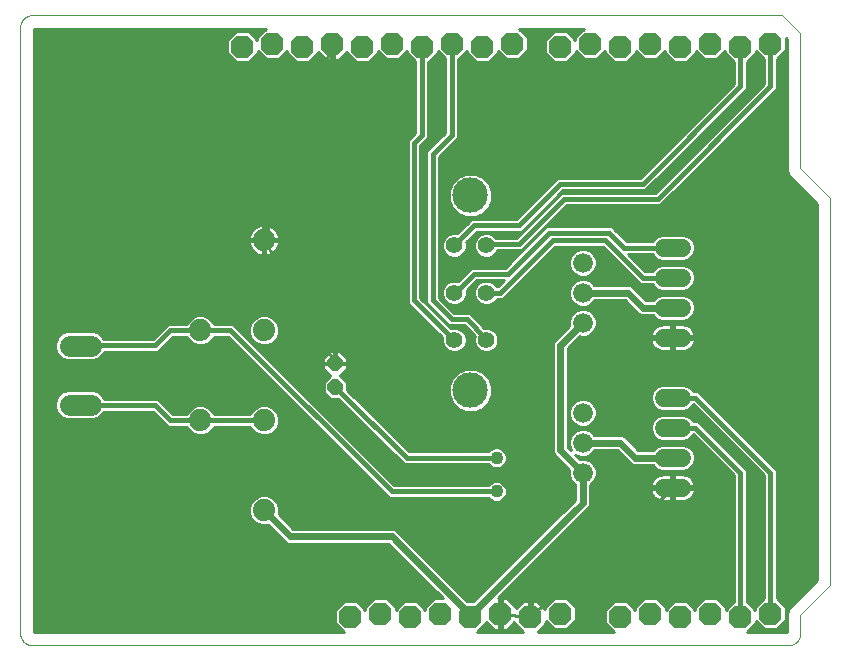
<source format=gbl>
G75*
%MOIN*%
%OFA0B0*%
%FSLAX25Y25*%
%IPPOS*%
%LPD*%
%AMOC8*
5,1,8,0,0,1.08239X$1,22.5*
%
%ADD10OC8,0.05150*%
%ADD11C,0.07400*%
%ADD12C,0.06000*%
%ADD13C,0.00000*%
%ADD14OC8,0.07600*%
%ADD15C,0.07050*%
%ADD16C,0.06600*%
%ADD17C,0.05543*%
%ADD18C,0.11811*%
%ADD19C,0.01600*%
%ADD20C,0.04356*%
%ADD21C,0.01000*%
%ADD22C,0.02400*%
D10*
X0132250Y0091063D03*
X0132250Y0098937D03*
D11*
X0108500Y0110000D03*
X0087250Y0110000D03*
X0108500Y0140000D03*
X0108500Y0080000D03*
X0087250Y0080000D03*
X0108500Y0050000D03*
D12*
X0241750Y0057500D02*
X0247750Y0057500D01*
X0247750Y0067500D02*
X0241750Y0067500D01*
X0241750Y0077500D02*
X0247750Y0077500D01*
X0247750Y0087500D02*
X0241750Y0087500D01*
X0241750Y0107500D02*
X0247750Y0107500D01*
X0247750Y0117500D02*
X0241750Y0117500D01*
X0241750Y0127500D02*
X0247750Y0127500D01*
X0247750Y0137500D02*
X0241750Y0137500D01*
D13*
X0027250Y0211063D02*
X0027250Y0008937D01*
X0027252Y0008813D01*
X0027258Y0008690D01*
X0027267Y0008566D01*
X0027281Y0008444D01*
X0027298Y0008321D01*
X0027320Y0008199D01*
X0027345Y0008078D01*
X0027374Y0007958D01*
X0027406Y0007839D01*
X0027443Y0007720D01*
X0027483Y0007603D01*
X0027526Y0007488D01*
X0027574Y0007373D01*
X0027625Y0007261D01*
X0027679Y0007150D01*
X0027737Y0007040D01*
X0027798Y0006933D01*
X0027863Y0006827D01*
X0027931Y0006724D01*
X0028002Y0006623D01*
X0028076Y0006524D01*
X0028153Y0006427D01*
X0028234Y0006333D01*
X0028317Y0006242D01*
X0028403Y0006153D01*
X0028492Y0006067D01*
X0028583Y0005984D01*
X0028677Y0005903D01*
X0028774Y0005826D01*
X0028873Y0005752D01*
X0028974Y0005681D01*
X0029077Y0005613D01*
X0029183Y0005548D01*
X0029290Y0005487D01*
X0029400Y0005429D01*
X0029511Y0005375D01*
X0029623Y0005324D01*
X0029738Y0005276D01*
X0029853Y0005233D01*
X0029970Y0005193D01*
X0030089Y0005156D01*
X0030208Y0005124D01*
X0030328Y0005095D01*
X0030449Y0005070D01*
X0030571Y0005048D01*
X0030694Y0005031D01*
X0030816Y0005017D01*
X0030940Y0005008D01*
X0031063Y0005002D01*
X0031187Y0005000D01*
X0283313Y0005000D01*
X0283437Y0005002D01*
X0283560Y0005008D01*
X0283684Y0005017D01*
X0283806Y0005031D01*
X0283929Y0005048D01*
X0284051Y0005070D01*
X0284172Y0005095D01*
X0284292Y0005124D01*
X0284411Y0005156D01*
X0284530Y0005193D01*
X0284647Y0005233D01*
X0284762Y0005276D01*
X0284877Y0005324D01*
X0284989Y0005375D01*
X0285100Y0005429D01*
X0285210Y0005487D01*
X0285317Y0005548D01*
X0285423Y0005613D01*
X0285526Y0005681D01*
X0285627Y0005752D01*
X0285726Y0005826D01*
X0285823Y0005903D01*
X0285917Y0005984D01*
X0286008Y0006067D01*
X0286097Y0006153D01*
X0286183Y0006242D01*
X0286266Y0006333D01*
X0286347Y0006427D01*
X0286424Y0006524D01*
X0286498Y0006623D01*
X0286569Y0006724D01*
X0286637Y0006827D01*
X0286702Y0006933D01*
X0286763Y0007040D01*
X0286821Y0007150D01*
X0286875Y0007261D01*
X0286926Y0007373D01*
X0286974Y0007488D01*
X0287017Y0007603D01*
X0287057Y0007720D01*
X0287094Y0007839D01*
X0287126Y0007958D01*
X0287155Y0008078D01*
X0287180Y0008199D01*
X0287202Y0008321D01*
X0287219Y0008444D01*
X0287233Y0008566D01*
X0287242Y0008690D01*
X0287248Y0008813D01*
X0287250Y0008937D01*
X0287250Y0015000D01*
X0297250Y0025000D01*
X0297250Y0154000D01*
X0287250Y0164000D01*
X0287250Y0209000D01*
X0281250Y0215000D01*
X0031187Y0215000D01*
X0031063Y0214998D01*
X0030940Y0214992D01*
X0030816Y0214983D01*
X0030694Y0214969D01*
X0030571Y0214952D01*
X0030449Y0214930D01*
X0030328Y0214905D01*
X0030208Y0214876D01*
X0030089Y0214844D01*
X0029970Y0214807D01*
X0029853Y0214767D01*
X0029738Y0214724D01*
X0029623Y0214676D01*
X0029511Y0214625D01*
X0029400Y0214571D01*
X0029290Y0214513D01*
X0029183Y0214452D01*
X0029077Y0214387D01*
X0028974Y0214319D01*
X0028873Y0214248D01*
X0028774Y0214174D01*
X0028677Y0214097D01*
X0028583Y0214016D01*
X0028492Y0213933D01*
X0028403Y0213847D01*
X0028317Y0213758D01*
X0028234Y0213667D01*
X0028153Y0213573D01*
X0028076Y0213476D01*
X0028002Y0213377D01*
X0027931Y0213276D01*
X0027863Y0213173D01*
X0027798Y0213067D01*
X0027737Y0212960D01*
X0027679Y0212850D01*
X0027625Y0212739D01*
X0027574Y0212627D01*
X0027526Y0212512D01*
X0027483Y0212397D01*
X0027443Y0212280D01*
X0027406Y0212161D01*
X0027374Y0212042D01*
X0027345Y0211922D01*
X0027320Y0211801D01*
X0027298Y0211679D01*
X0027281Y0211556D01*
X0027267Y0211434D01*
X0027258Y0211310D01*
X0027252Y0211187D01*
X0027250Y0211063D01*
D14*
X0101250Y0204500D03*
X0111250Y0205500D03*
X0121250Y0204500D03*
X0131250Y0205500D03*
X0141250Y0204500D03*
X0151250Y0205500D03*
X0161250Y0204500D03*
X0171250Y0205500D03*
X0181250Y0204500D03*
X0191250Y0205500D03*
X0207250Y0204500D03*
X0217250Y0205500D03*
X0227250Y0204500D03*
X0237250Y0205500D03*
X0247250Y0204500D03*
X0257250Y0205500D03*
X0267250Y0204500D03*
X0277250Y0205500D03*
X0277250Y0015500D03*
X0267250Y0014500D03*
X0257250Y0015500D03*
X0247250Y0014500D03*
X0237250Y0015500D03*
X0227250Y0014500D03*
X0207250Y0015500D03*
X0197250Y0014500D03*
X0187250Y0015500D03*
X0177250Y0014500D03*
X0167250Y0015500D03*
X0157250Y0014500D03*
X0147250Y0015500D03*
X0137250Y0014500D03*
D15*
X0050775Y0085157D02*
X0043725Y0085157D01*
X0043725Y0104843D02*
X0050775Y0104843D01*
D16*
X0214750Y0112500D03*
X0214750Y0122500D03*
X0214750Y0132500D03*
X0214750Y0082500D03*
X0214750Y0072500D03*
X0214750Y0062500D03*
D17*
X0182565Y0106752D03*
X0171935Y0106752D03*
X0171935Y0122500D03*
X0182565Y0122500D03*
X0182565Y0138248D03*
X0171935Y0138248D03*
D18*
X0177250Y0154980D03*
X0177250Y0090020D03*
D19*
X0171935Y0106752D02*
X0171000Y0107500D01*
X0158500Y0120000D01*
X0158500Y0172500D01*
X0161000Y0175000D01*
X0161000Y0203750D01*
X0161250Y0204500D01*
X0171000Y0205500D02*
X0171250Y0205500D01*
X0171000Y0205500D02*
X0171000Y0175000D01*
X0164750Y0168750D01*
X0164750Y0120000D01*
X0171000Y0113750D01*
X0176000Y0113750D01*
X0182250Y0107500D01*
X0182565Y0106752D01*
X0182565Y0122500D02*
X0187250Y0122500D01*
X0204750Y0140000D01*
X0222250Y0140000D01*
X0234750Y0127500D01*
X0244750Y0127500D01*
X0244750Y0137500D02*
X0228500Y0137500D01*
X0223500Y0142500D01*
X0203500Y0142500D01*
X0189750Y0128750D01*
X0178500Y0128750D01*
X0172250Y0122500D01*
X0171935Y0122500D01*
X0171935Y0138248D02*
X0172250Y0138750D01*
X0178500Y0145000D01*
X0193500Y0145000D01*
X0207250Y0158750D01*
X0234750Y0158750D01*
X0267250Y0191250D01*
X0267250Y0204500D01*
X0277250Y0205500D02*
X0277250Y0191250D01*
X0239750Y0153750D01*
X0208500Y0153750D01*
X0193500Y0138750D01*
X0183500Y0138750D01*
X0182565Y0138248D01*
X0133500Y0089813D02*
X0132250Y0091063D01*
X0133500Y0089813D02*
X0156000Y0067500D01*
X0186000Y0067500D01*
X0186000Y0056250D02*
X0151000Y0056250D01*
X0097250Y0110000D01*
X0087250Y0110000D01*
X0077250Y0110000D01*
X0072250Y0105000D01*
X0047250Y0105000D01*
X0047250Y0104843D01*
X0047250Y0085157D02*
X0047250Y0085000D01*
X0072250Y0085000D01*
X0077250Y0080000D01*
X0087250Y0080000D01*
X0108500Y0080000D01*
X0177250Y0015000D02*
X0177250Y0014500D01*
X0244750Y0077500D02*
X0252250Y0077500D01*
X0267250Y0062500D01*
X0267250Y0014500D01*
X0277250Y0015500D02*
X0277250Y0062500D01*
X0252250Y0087500D01*
X0244750Y0087500D01*
D20*
X0186000Y0067500D03*
X0186000Y0056250D03*
D21*
X0189216Y0054926D02*
X0212250Y0054926D01*
X0212250Y0055924D02*
X0189478Y0055924D01*
X0189478Y0055558D02*
X0188948Y0054280D01*
X0187970Y0053302D01*
X0186692Y0052772D01*
X0185308Y0052772D01*
X0184030Y0053302D01*
X0183181Y0054150D01*
X0150130Y0054150D01*
X0148900Y0055380D01*
X0096380Y0107900D01*
X0091792Y0107900D01*
X0091489Y0107168D01*
X0090082Y0105761D01*
X0088245Y0105000D01*
X0086255Y0105000D01*
X0084418Y0105761D01*
X0083011Y0107168D01*
X0082708Y0107900D01*
X0078120Y0107900D01*
X0073120Y0102900D01*
X0055193Y0102900D01*
X0054865Y0102109D01*
X0053508Y0100752D01*
X0051735Y0100018D01*
X0042765Y0100018D01*
X0040992Y0100752D01*
X0039635Y0102109D01*
X0038900Y0103883D01*
X0038900Y0105802D01*
X0039635Y0107576D01*
X0040992Y0108933D01*
X0042765Y0109668D01*
X0051735Y0109668D01*
X0053508Y0108933D01*
X0054865Y0107576D01*
X0055062Y0107100D01*
X0071380Y0107100D01*
X0075150Y0110870D01*
X0076380Y0112100D01*
X0082708Y0112100D01*
X0083011Y0112832D01*
X0084418Y0114239D01*
X0086255Y0115000D01*
X0088245Y0115000D01*
X0090082Y0114239D01*
X0091489Y0112832D01*
X0091792Y0112100D01*
X0098120Y0112100D01*
X0151870Y0058350D01*
X0183181Y0058350D01*
X0184030Y0059198D01*
X0185308Y0059728D01*
X0186692Y0059728D01*
X0187970Y0059198D01*
X0188948Y0058220D01*
X0189478Y0056942D01*
X0189478Y0055558D01*
X0189478Y0056923D02*
X0212250Y0056923D01*
X0212250Y0057921D02*
X0189072Y0057921D01*
X0188249Y0058920D02*
X0211825Y0058920D01*
X0212144Y0058600D02*
X0212250Y0058557D01*
X0212250Y0053536D01*
X0178314Y0019600D01*
X0176186Y0019600D01*
X0153119Y0042666D01*
X0152416Y0043369D01*
X0151497Y0043750D01*
X0118286Y0043750D01*
X0113362Y0048673D01*
X0113500Y0049005D01*
X0113500Y0050995D01*
X0112739Y0052832D01*
X0111332Y0054239D01*
X0109495Y0055000D01*
X0107505Y0055000D01*
X0105668Y0054239D01*
X0104261Y0052832D01*
X0103500Y0050995D01*
X0103500Y0049005D01*
X0104261Y0047168D01*
X0105668Y0045761D01*
X0107505Y0045000D01*
X0109495Y0045000D01*
X0109827Y0045138D01*
X0115834Y0039131D01*
X0116753Y0038750D01*
X0149964Y0038750D01*
X0168114Y0020600D01*
X0165138Y0020600D01*
X0162150Y0017612D01*
X0162150Y0016812D01*
X0159362Y0019600D01*
X0155138Y0019600D01*
X0152350Y0016812D01*
X0152350Y0017612D01*
X0149362Y0020600D01*
X0145138Y0020600D01*
X0142150Y0017612D01*
X0142150Y0016812D01*
X0139362Y0019600D01*
X0135138Y0019600D01*
X0132150Y0016612D01*
X0132150Y0012388D01*
X0135038Y0009500D01*
X0031750Y0009500D01*
X0031750Y0210500D01*
X0109038Y0210500D01*
X0106150Y0207612D01*
X0106150Y0206812D01*
X0103362Y0209600D01*
X0099138Y0209600D01*
X0096150Y0206612D01*
X0096150Y0202388D01*
X0099138Y0199400D01*
X0103362Y0199400D01*
X0106350Y0202388D01*
X0106350Y0203188D01*
X0109138Y0200400D01*
X0113362Y0200400D01*
X0116150Y0203188D01*
X0116150Y0202388D01*
X0119138Y0199400D01*
X0123362Y0199400D01*
X0126350Y0202388D01*
X0126350Y0202905D01*
X0129055Y0200200D01*
X0130750Y0200200D01*
X0130750Y0205000D01*
X0131750Y0205000D01*
X0131750Y0200200D01*
X0133445Y0200200D01*
X0136150Y0202905D01*
X0136150Y0202388D01*
X0139138Y0199400D01*
X0143362Y0199400D01*
X0146350Y0202388D01*
X0146350Y0203188D01*
X0149138Y0200400D01*
X0153362Y0200400D01*
X0156150Y0203188D01*
X0156150Y0202388D01*
X0158900Y0199638D01*
X0158900Y0175870D01*
X0156400Y0173370D01*
X0156400Y0119130D01*
X0157630Y0117900D01*
X0167894Y0107636D01*
X0167863Y0107562D01*
X0167863Y0105942D01*
X0168483Y0104446D01*
X0169629Y0103300D01*
X0171125Y0102680D01*
X0172745Y0102680D01*
X0174241Y0103300D01*
X0175387Y0104446D01*
X0176007Y0105942D01*
X0176007Y0107562D01*
X0175387Y0109058D01*
X0174241Y0110204D01*
X0172745Y0110824D01*
X0171125Y0110824D01*
X0170786Y0110683D01*
X0160600Y0120870D01*
X0160600Y0171630D01*
X0161870Y0172900D01*
X0163100Y0174130D01*
X0163100Y0199400D01*
X0163362Y0199400D01*
X0166350Y0202388D01*
X0166350Y0203188D01*
X0168900Y0200638D01*
X0168900Y0175870D01*
X0162650Y0169620D01*
X0162650Y0119130D01*
X0163880Y0117900D01*
X0163880Y0117900D01*
X0168900Y0112880D01*
X0170130Y0111650D01*
X0175130Y0111650D01*
X0178706Y0108074D01*
X0178493Y0107562D01*
X0178493Y0105942D01*
X0179113Y0104446D01*
X0180259Y0103300D01*
X0181755Y0102680D01*
X0183375Y0102680D01*
X0184871Y0103300D01*
X0186017Y0104446D01*
X0186637Y0105942D01*
X0186637Y0107562D01*
X0186017Y0109058D01*
X0184871Y0110204D01*
X0183375Y0110824D01*
X0181896Y0110824D01*
X0178100Y0114620D01*
X0176870Y0115850D01*
X0171870Y0115850D01*
X0166850Y0120870D01*
X0166850Y0167880D01*
X0171870Y0172900D01*
X0173100Y0174130D01*
X0173100Y0200400D01*
X0173362Y0200400D01*
X0176150Y0203188D01*
X0176150Y0202388D01*
X0179138Y0199400D01*
X0183362Y0199400D01*
X0186350Y0202388D01*
X0186350Y0203188D01*
X0189138Y0200400D01*
X0193362Y0200400D01*
X0196350Y0203388D01*
X0196350Y0207612D01*
X0193462Y0210500D01*
X0215038Y0210500D01*
X0212150Y0207612D01*
X0212150Y0206812D01*
X0209362Y0209600D01*
X0205138Y0209600D01*
X0202150Y0206612D01*
X0202150Y0202388D01*
X0205138Y0199400D01*
X0209362Y0199400D01*
X0212350Y0202388D01*
X0212350Y0203188D01*
X0215138Y0200400D01*
X0219362Y0200400D01*
X0222150Y0203188D01*
X0222150Y0202388D01*
X0225138Y0199400D01*
X0229362Y0199400D01*
X0232350Y0202388D01*
X0232350Y0203188D01*
X0235138Y0200400D01*
X0239362Y0200400D01*
X0242150Y0203188D01*
X0242150Y0202388D01*
X0245138Y0199400D01*
X0249362Y0199400D01*
X0252350Y0202388D01*
X0252350Y0203188D01*
X0255138Y0200400D01*
X0259362Y0200400D01*
X0262150Y0203188D01*
X0262150Y0202388D01*
X0265138Y0199400D01*
X0265150Y0199400D01*
X0265150Y0192120D01*
X0233880Y0160850D01*
X0206380Y0160850D01*
X0205150Y0159620D01*
X0192630Y0147100D01*
X0177630Y0147100D01*
X0176400Y0145870D01*
X0172819Y0142289D01*
X0172745Y0142320D01*
X0171125Y0142320D01*
X0169629Y0141700D01*
X0168483Y0140554D01*
X0167863Y0139058D01*
X0167863Y0137438D01*
X0168483Y0135942D01*
X0169629Y0134796D01*
X0171125Y0134176D01*
X0172745Y0134176D01*
X0174241Y0134796D01*
X0175387Y0135942D01*
X0176007Y0137438D01*
X0176007Y0139058D01*
X0175866Y0139397D01*
X0179370Y0142900D01*
X0194370Y0142900D01*
X0208120Y0156650D01*
X0235620Y0156650D01*
X0268120Y0189150D01*
X0269350Y0190380D01*
X0269350Y0199400D01*
X0269362Y0199400D01*
X0272350Y0202388D01*
X0272350Y0203188D01*
X0275138Y0200400D01*
X0275150Y0200400D01*
X0275150Y0192120D01*
X0238880Y0155850D01*
X0207630Y0155850D01*
X0206400Y0154620D01*
X0192630Y0140850D01*
X0185721Y0140850D01*
X0184871Y0141700D01*
X0183375Y0142320D01*
X0181755Y0142320D01*
X0180259Y0141700D01*
X0179113Y0140554D01*
X0178493Y0139058D01*
X0178493Y0137438D01*
X0179113Y0135942D01*
X0180259Y0134796D01*
X0181755Y0134176D01*
X0183375Y0134176D01*
X0184871Y0134796D01*
X0186017Y0135942D01*
X0186310Y0136650D01*
X0194370Y0136650D01*
X0209370Y0151650D01*
X0240620Y0151650D01*
X0278120Y0189150D01*
X0279350Y0190380D01*
X0279350Y0200400D01*
X0279362Y0200400D01*
X0282350Y0203388D01*
X0282350Y0207536D01*
X0282750Y0207136D01*
X0282750Y0163105D01*
X0283435Y0161451D01*
X0292750Y0152136D01*
X0292750Y0026864D01*
X0284701Y0018815D01*
X0283435Y0017549D01*
X0282750Y0015895D01*
X0282750Y0009500D01*
X0269462Y0009500D01*
X0272350Y0012388D01*
X0272350Y0013188D01*
X0275138Y0010400D01*
X0279362Y0010400D01*
X0282350Y0013388D01*
X0282350Y0017612D01*
X0279362Y0020600D01*
X0279350Y0020600D01*
X0279350Y0063370D01*
X0254350Y0088370D01*
X0253120Y0089600D01*
X0251534Y0089600D01*
X0251395Y0089936D01*
X0250186Y0091145D01*
X0248605Y0091800D01*
X0240895Y0091800D01*
X0239314Y0091145D01*
X0238105Y0089936D01*
X0237450Y0088355D01*
X0237450Y0086645D01*
X0238105Y0085064D01*
X0239314Y0083855D01*
X0240895Y0083200D01*
X0248605Y0083200D01*
X0250186Y0083855D01*
X0251395Y0085064D01*
X0251489Y0085291D01*
X0275150Y0061630D01*
X0275150Y0020600D01*
X0275138Y0020600D01*
X0272150Y0017612D01*
X0272150Y0016812D01*
X0269362Y0019600D01*
X0269350Y0019600D01*
X0269350Y0063370D01*
X0268120Y0064600D01*
X0253120Y0079600D01*
X0251534Y0079600D01*
X0251395Y0079936D01*
X0250186Y0081145D01*
X0248605Y0081800D01*
X0240895Y0081800D01*
X0239314Y0081145D01*
X0238105Y0079936D01*
X0237450Y0078355D01*
X0237450Y0076645D01*
X0238105Y0075064D01*
X0239314Y0073855D01*
X0240895Y0073200D01*
X0248605Y0073200D01*
X0250186Y0073855D01*
X0251395Y0075064D01*
X0251489Y0075291D01*
X0265150Y0061630D01*
X0265150Y0019600D01*
X0265138Y0019600D01*
X0262350Y0016812D01*
X0262350Y0017612D01*
X0259362Y0020600D01*
X0255138Y0020600D01*
X0252150Y0017612D01*
X0252150Y0016812D01*
X0249362Y0019600D01*
X0245138Y0019600D01*
X0242350Y0016812D01*
X0242350Y0017612D01*
X0239362Y0020600D01*
X0235138Y0020600D01*
X0232150Y0017612D01*
X0232150Y0016812D01*
X0229362Y0019600D01*
X0225138Y0019600D01*
X0222150Y0016612D01*
X0222150Y0012388D01*
X0225038Y0009500D01*
X0199745Y0009500D01*
X0202550Y0012305D01*
X0202550Y0012988D01*
X0205138Y0010400D01*
X0209362Y0010400D01*
X0212350Y0013388D01*
X0212350Y0017612D01*
X0209362Y0020600D01*
X0205138Y0020600D01*
X0202150Y0017612D01*
X0202150Y0017095D01*
X0199445Y0019800D01*
X0197750Y0019800D01*
X0197750Y0015000D01*
X0196750Y0015000D01*
X0196750Y0019800D01*
X0195055Y0019800D01*
X0192550Y0017295D01*
X0192550Y0017695D01*
X0189445Y0020800D01*
X0187750Y0020800D01*
X0187750Y0016000D01*
X0186750Y0016000D01*
X0186750Y0020800D01*
X0186586Y0020800D01*
X0216166Y0050381D01*
X0216869Y0051084D01*
X0217250Y0052003D01*
X0217250Y0058557D01*
X0217356Y0058600D01*
X0218650Y0059894D01*
X0219350Y0061585D01*
X0219350Y0063415D01*
X0218650Y0065106D01*
X0217356Y0066400D01*
X0215665Y0067100D01*
X0213835Y0067100D01*
X0213729Y0067056D01*
X0212214Y0068571D01*
X0213835Y0067900D01*
X0215665Y0067900D01*
X0217356Y0068600D01*
X0218650Y0069894D01*
X0218693Y0070000D01*
X0226214Y0070000D01*
X0230131Y0066084D01*
X0230834Y0065381D01*
X0231753Y0065000D01*
X0238169Y0065000D01*
X0239314Y0063855D01*
X0240895Y0063200D01*
X0248605Y0063200D01*
X0250186Y0063855D01*
X0251395Y0065064D01*
X0252050Y0066645D01*
X0252050Y0068355D01*
X0251395Y0069936D01*
X0250186Y0071145D01*
X0248605Y0071800D01*
X0240895Y0071800D01*
X0239314Y0071145D01*
X0238169Y0070000D01*
X0233286Y0070000D01*
X0228666Y0074619D01*
X0227747Y0075000D01*
X0218693Y0075000D01*
X0218650Y0075106D01*
X0217356Y0076400D01*
X0215665Y0077100D01*
X0213835Y0077100D01*
X0212144Y0076400D01*
X0210850Y0075106D01*
X0210150Y0073415D01*
X0210150Y0071585D01*
X0210821Y0069964D01*
X0209750Y0071036D01*
X0209750Y0103964D01*
X0213729Y0107944D01*
X0213835Y0107900D01*
X0215665Y0107900D01*
X0217356Y0108600D01*
X0218650Y0109894D01*
X0219350Y0111585D01*
X0219350Y0113415D01*
X0218650Y0115106D01*
X0217356Y0116400D01*
X0215665Y0117100D01*
X0213835Y0117100D01*
X0212144Y0116400D01*
X0210850Y0115106D01*
X0210150Y0113415D01*
X0210150Y0111585D01*
X0210194Y0111479D01*
X0205131Y0106416D01*
X0204750Y0105497D01*
X0204750Y0069503D01*
X0205131Y0068584D01*
X0205834Y0067881D01*
X0210194Y0063521D01*
X0210150Y0063415D01*
X0210150Y0061585D01*
X0210850Y0059894D01*
X0212144Y0058600D01*
X0210840Y0059918D02*
X0150302Y0059918D01*
X0151300Y0058920D02*
X0183751Y0058920D01*
X0183404Y0053927D02*
X0111644Y0053927D01*
X0112643Y0052929D02*
X0184930Y0052929D01*
X0187070Y0052929D02*
X0211643Y0052929D01*
X0212250Y0053927D02*
X0188596Y0053927D01*
X0186692Y0064022D02*
X0187970Y0064552D01*
X0188948Y0065530D01*
X0189478Y0066808D01*
X0189478Y0068192D01*
X0188948Y0069470D01*
X0187970Y0070448D01*
X0186692Y0070978D01*
X0185308Y0070978D01*
X0184030Y0070448D01*
X0183181Y0069600D01*
X0156865Y0069600D01*
X0136125Y0090168D01*
X0136125Y0092668D01*
X0133931Y0094862D01*
X0133938Y0094862D01*
X0136325Y0097249D01*
X0136325Y0098650D01*
X0132537Y0098650D01*
X0132537Y0099224D01*
X0131963Y0099224D01*
X0131963Y0098650D01*
X0128175Y0098650D01*
X0128175Y0097249D01*
X0130562Y0094862D01*
X0130569Y0094862D01*
X0128375Y0092668D01*
X0128375Y0089458D01*
X0130645Y0087188D01*
X0133164Y0087188D01*
X0154519Y0066012D01*
X0155130Y0065400D01*
X0155135Y0065400D01*
X0155139Y0065396D01*
X0156004Y0065400D01*
X0183181Y0065400D01*
X0184030Y0064552D01*
X0185308Y0064022D01*
X0186692Y0064022D01*
X0188329Y0064911D02*
X0208804Y0064911D01*
X0207805Y0065909D02*
X0189106Y0065909D01*
X0189478Y0066908D02*
X0206807Y0066908D01*
X0205834Y0067881D02*
X0205834Y0067881D01*
X0205808Y0067906D02*
X0189478Y0067906D01*
X0189183Y0068905D02*
X0204998Y0068905D01*
X0204750Y0069903D02*
X0188515Y0069903D01*
X0186876Y0070902D02*
X0204750Y0070902D01*
X0204750Y0071900D02*
X0154545Y0071900D01*
X0155552Y0070902D02*
X0185124Y0070902D01*
X0183485Y0069903D02*
X0156559Y0069903D01*
X0153615Y0066908D02*
X0143312Y0066908D01*
X0142314Y0067906D02*
X0152608Y0067906D01*
X0151601Y0068905D02*
X0141315Y0068905D01*
X0140317Y0069903D02*
X0150594Y0069903D01*
X0149587Y0070902D02*
X0139318Y0070902D01*
X0138320Y0071900D02*
X0148581Y0071900D01*
X0147574Y0072899D02*
X0137321Y0072899D01*
X0136323Y0073897D02*
X0146567Y0073897D01*
X0145560Y0074896D02*
X0135324Y0074896D01*
X0134326Y0075894D02*
X0144553Y0075894D01*
X0143546Y0076893D02*
X0133327Y0076893D01*
X0132329Y0077891D02*
X0142539Y0077891D01*
X0141532Y0078890D02*
X0131330Y0078890D01*
X0130331Y0079888D02*
X0140525Y0079888D01*
X0139519Y0080887D02*
X0129333Y0080887D01*
X0128334Y0081885D02*
X0138512Y0081885D01*
X0137505Y0082884D02*
X0127336Y0082884D01*
X0126337Y0083882D02*
X0136498Y0083882D01*
X0135491Y0084881D02*
X0125339Y0084881D01*
X0124340Y0085879D02*
X0134484Y0085879D01*
X0133477Y0086878D02*
X0123342Y0086878D01*
X0122343Y0087876D02*
X0129957Y0087876D01*
X0128958Y0088875D02*
X0121345Y0088875D01*
X0120346Y0089873D02*
X0128375Y0089873D01*
X0128375Y0090872D02*
X0119348Y0090872D01*
X0118349Y0091870D02*
X0128375Y0091870D01*
X0128576Y0092869D02*
X0117351Y0092869D01*
X0116352Y0093868D02*
X0129575Y0093868D01*
X0130558Y0094866D02*
X0115354Y0094866D01*
X0114355Y0095865D02*
X0129560Y0095865D01*
X0128561Y0096863D02*
X0113357Y0096863D01*
X0112358Y0097862D02*
X0128175Y0097862D01*
X0128175Y0099224D02*
X0131963Y0099224D01*
X0131963Y0103012D01*
X0130562Y0103012D01*
X0128175Y0100625D01*
X0128175Y0099224D01*
X0128175Y0099859D02*
X0110361Y0099859D01*
X0109363Y0100857D02*
X0128407Y0100857D01*
X0129406Y0101856D02*
X0108364Y0101856D01*
X0107366Y0102854D02*
X0130404Y0102854D01*
X0131963Y0102854D02*
X0132537Y0102854D01*
X0132537Y0103012D02*
X0132537Y0099224D01*
X0136325Y0099224D01*
X0136325Y0100625D01*
X0133938Y0103012D01*
X0132537Y0103012D01*
X0132537Y0101856D02*
X0131963Y0101856D01*
X0131963Y0100857D02*
X0132537Y0100857D01*
X0132537Y0099859D02*
X0131963Y0099859D01*
X0132250Y0098937D02*
X0108500Y0140000D01*
X0131250Y0205500D01*
X0130750Y0204702D02*
X0131750Y0204702D01*
X0131750Y0203704D02*
X0130750Y0203704D01*
X0130750Y0202705D02*
X0131750Y0202705D01*
X0131750Y0201707D02*
X0130750Y0201707D01*
X0130750Y0200708D02*
X0131750Y0200708D01*
X0133954Y0200708D02*
X0137829Y0200708D01*
X0136831Y0201707D02*
X0134952Y0201707D01*
X0135951Y0202705D02*
X0136150Y0202705D01*
X0138828Y0199710D02*
X0123672Y0199710D01*
X0124671Y0200708D02*
X0128546Y0200708D01*
X0127548Y0201707D02*
X0125669Y0201707D01*
X0126350Y0202705D02*
X0126549Y0202705D01*
X0118828Y0199710D02*
X0103672Y0199710D01*
X0104671Y0200708D02*
X0108829Y0200708D01*
X0107831Y0201707D02*
X0105669Y0201707D01*
X0106350Y0202705D02*
X0106832Y0202705D01*
X0106235Y0207698D02*
X0105265Y0207698D01*
X0104266Y0208696D02*
X0107234Y0208696D01*
X0108232Y0209695D02*
X0031750Y0209695D01*
X0031750Y0208696D02*
X0098234Y0208696D01*
X0097235Y0207698D02*
X0031750Y0207698D01*
X0031750Y0206699D02*
X0096237Y0206699D01*
X0096150Y0205701D02*
X0031750Y0205701D01*
X0031750Y0204702D02*
X0096150Y0204702D01*
X0096150Y0203704D02*
X0031750Y0203704D01*
X0031750Y0202705D02*
X0096150Y0202705D01*
X0096831Y0201707D02*
X0031750Y0201707D01*
X0031750Y0200708D02*
X0097829Y0200708D01*
X0098828Y0199710D02*
X0031750Y0199710D01*
X0031750Y0198711D02*
X0158900Y0198711D01*
X0158900Y0197713D02*
X0031750Y0197713D01*
X0031750Y0196714D02*
X0158900Y0196714D01*
X0158900Y0195716D02*
X0031750Y0195716D01*
X0031750Y0194717D02*
X0158900Y0194717D01*
X0158900Y0193719D02*
X0031750Y0193719D01*
X0031750Y0192720D02*
X0158900Y0192720D01*
X0158900Y0191722D02*
X0031750Y0191722D01*
X0031750Y0190723D02*
X0158900Y0190723D01*
X0158900Y0189725D02*
X0031750Y0189725D01*
X0031750Y0188726D02*
X0158900Y0188726D01*
X0158900Y0187728D02*
X0031750Y0187728D01*
X0031750Y0186729D02*
X0158900Y0186729D01*
X0158900Y0185731D02*
X0031750Y0185731D01*
X0031750Y0184732D02*
X0158900Y0184732D01*
X0158900Y0183734D02*
X0031750Y0183734D01*
X0031750Y0182735D02*
X0158900Y0182735D01*
X0158900Y0181737D02*
X0031750Y0181737D01*
X0031750Y0180738D02*
X0158900Y0180738D01*
X0158900Y0179739D02*
X0031750Y0179739D01*
X0031750Y0178741D02*
X0158900Y0178741D01*
X0158900Y0177742D02*
X0031750Y0177742D01*
X0031750Y0176744D02*
X0158900Y0176744D01*
X0158776Y0175745D02*
X0031750Y0175745D01*
X0031750Y0174747D02*
X0157777Y0174747D01*
X0156779Y0173748D02*
X0031750Y0173748D01*
X0031750Y0172750D02*
X0156400Y0172750D01*
X0156400Y0171751D02*
X0031750Y0171751D01*
X0031750Y0170753D02*
X0156400Y0170753D01*
X0156400Y0169754D02*
X0031750Y0169754D01*
X0031750Y0168756D02*
X0156400Y0168756D01*
X0156400Y0167757D02*
X0031750Y0167757D01*
X0031750Y0166759D02*
X0156400Y0166759D01*
X0156400Y0165760D02*
X0031750Y0165760D01*
X0031750Y0164762D02*
X0156400Y0164762D01*
X0156400Y0163763D02*
X0031750Y0163763D01*
X0031750Y0162765D02*
X0156400Y0162765D01*
X0156400Y0161766D02*
X0031750Y0161766D01*
X0031750Y0160768D02*
X0156400Y0160768D01*
X0156400Y0159769D02*
X0031750Y0159769D01*
X0031750Y0158771D02*
X0156400Y0158771D01*
X0156400Y0157772D02*
X0031750Y0157772D01*
X0031750Y0156774D02*
X0156400Y0156774D01*
X0156400Y0155775D02*
X0031750Y0155775D01*
X0031750Y0154777D02*
X0156400Y0154777D01*
X0156400Y0153778D02*
X0031750Y0153778D01*
X0031750Y0152780D02*
X0156400Y0152780D01*
X0156400Y0151781D02*
X0031750Y0151781D01*
X0031750Y0150783D02*
X0156400Y0150783D01*
X0156400Y0149784D02*
X0031750Y0149784D01*
X0031750Y0148786D02*
X0156400Y0148786D01*
X0156400Y0147787D02*
X0031750Y0147787D01*
X0031750Y0146789D02*
X0156400Y0146789D01*
X0156400Y0145790D02*
X0031750Y0145790D01*
X0031750Y0144792D02*
X0106450Y0144792D01*
X0106504Y0144819D02*
X0105775Y0144447D01*
X0105112Y0143966D01*
X0104534Y0143388D01*
X0104053Y0142725D01*
X0103681Y0141996D01*
X0103428Y0141218D01*
X0103300Y0140409D01*
X0103300Y0140386D01*
X0108114Y0140386D01*
X0108114Y0145200D01*
X0108091Y0145200D01*
X0107282Y0145072D01*
X0106504Y0144819D01*
X0108114Y0144792D02*
X0108886Y0144792D01*
X0108886Y0145200D02*
X0108886Y0140386D01*
X0108114Y0140386D01*
X0108114Y0139614D01*
X0103300Y0139614D01*
X0103300Y0139591D01*
X0103428Y0138782D01*
X0103681Y0138004D01*
X0104053Y0137275D01*
X0104534Y0136612D01*
X0105112Y0136034D01*
X0105775Y0135553D01*
X0106504Y0135181D01*
X0107282Y0134928D01*
X0108091Y0134800D01*
X0108114Y0134800D01*
X0108114Y0139614D01*
X0108886Y0139614D01*
X0108886Y0140386D01*
X0113700Y0140386D01*
X0113700Y0140409D01*
X0113572Y0141218D01*
X0113319Y0141996D01*
X0112947Y0142725D01*
X0112466Y0143388D01*
X0111888Y0143966D01*
X0111225Y0144447D01*
X0110496Y0144819D01*
X0109718Y0145072D01*
X0108909Y0145200D01*
X0108886Y0145200D01*
X0108886Y0143793D02*
X0108114Y0143793D01*
X0108114Y0142795D02*
X0108886Y0142795D01*
X0108886Y0141796D02*
X0108114Y0141796D01*
X0108114Y0140798D02*
X0108886Y0140798D01*
X0108886Y0139799D02*
X0156400Y0139799D01*
X0156400Y0138801D02*
X0113575Y0138801D01*
X0113572Y0138782D02*
X0113700Y0139591D01*
X0113700Y0139614D01*
X0108886Y0139614D01*
X0108886Y0134800D01*
X0108909Y0134800D01*
X0109718Y0134928D01*
X0110496Y0135181D01*
X0111225Y0135553D01*
X0111888Y0136034D01*
X0112466Y0136612D01*
X0112947Y0137275D01*
X0113319Y0138004D01*
X0113572Y0138782D01*
X0113216Y0137802D02*
X0156400Y0137802D01*
X0156400Y0136803D02*
X0112605Y0136803D01*
X0111573Y0135805D02*
X0156400Y0135805D01*
X0156400Y0134806D02*
X0108950Y0134806D01*
X0108886Y0134806D02*
X0108114Y0134806D01*
X0108050Y0134806D02*
X0031750Y0134806D01*
X0031750Y0133808D02*
X0156400Y0133808D01*
X0156400Y0132809D02*
X0031750Y0132809D01*
X0031750Y0131811D02*
X0156400Y0131811D01*
X0156400Y0130812D02*
X0031750Y0130812D01*
X0031750Y0129814D02*
X0156400Y0129814D01*
X0156400Y0128815D02*
X0031750Y0128815D01*
X0031750Y0127817D02*
X0156400Y0127817D01*
X0156400Y0126818D02*
X0031750Y0126818D01*
X0031750Y0125820D02*
X0156400Y0125820D01*
X0156400Y0124821D02*
X0031750Y0124821D01*
X0031750Y0123823D02*
X0156400Y0123823D01*
X0156400Y0122824D02*
X0031750Y0122824D01*
X0031750Y0121826D02*
X0156400Y0121826D01*
X0156400Y0120827D02*
X0031750Y0120827D01*
X0031750Y0119829D02*
X0156400Y0119829D01*
X0156700Y0118830D02*
X0031750Y0118830D01*
X0031750Y0117832D02*
X0157698Y0117832D01*
X0158697Y0116833D02*
X0031750Y0116833D01*
X0031750Y0115835D02*
X0159695Y0115835D01*
X0160694Y0114836D02*
X0109890Y0114836D01*
X0109495Y0115000D02*
X0107505Y0115000D01*
X0105668Y0114239D01*
X0104261Y0112832D01*
X0103500Y0110995D01*
X0103500Y0109005D01*
X0104261Y0107168D01*
X0105668Y0105761D01*
X0107505Y0105000D01*
X0109495Y0105000D01*
X0111332Y0105761D01*
X0112739Y0107168D01*
X0113500Y0109005D01*
X0113500Y0110995D01*
X0112739Y0112832D01*
X0111332Y0114239D01*
X0109495Y0115000D01*
X0107110Y0114836D02*
X0088640Y0114836D01*
X0090483Y0113838D02*
X0105267Y0113838D01*
X0104268Y0112839D02*
X0091482Y0112839D01*
X0091770Y0107847D02*
X0096433Y0107847D01*
X0097432Y0106848D02*
X0091169Y0106848D01*
X0090171Y0105850D02*
X0098430Y0105850D01*
X0099429Y0104851D02*
X0075071Y0104851D01*
X0074072Y0103853D02*
X0100428Y0103853D01*
X0101426Y0102854D02*
X0055174Y0102854D01*
X0054612Y0101856D02*
X0102425Y0101856D01*
X0103423Y0100857D02*
X0053613Y0100857D01*
X0054594Y0107847D02*
X0072127Y0107847D01*
X0073125Y0108845D02*
X0053596Y0108845D01*
X0040904Y0108845D02*
X0031750Y0108845D01*
X0031750Y0107847D02*
X0039906Y0107847D01*
X0039333Y0106848D02*
X0031750Y0106848D01*
X0031750Y0105850D02*
X0038920Y0105850D01*
X0038900Y0104851D02*
X0031750Y0104851D01*
X0031750Y0103853D02*
X0038912Y0103853D01*
X0039326Y0102854D02*
X0031750Y0102854D01*
X0031750Y0101856D02*
X0039888Y0101856D01*
X0040887Y0100857D02*
X0031750Y0100857D01*
X0031750Y0099859D02*
X0104422Y0099859D01*
X0105420Y0098860D02*
X0031750Y0098860D01*
X0031750Y0097862D02*
X0106419Y0097862D01*
X0107417Y0096863D02*
X0031750Y0096863D01*
X0031750Y0095865D02*
X0108416Y0095865D01*
X0109414Y0094866D02*
X0031750Y0094866D01*
X0031750Y0093868D02*
X0110413Y0093868D01*
X0111411Y0092869D02*
X0031750Y0092869D01*
X0031750Y0091870D02*
X0112410Y0091870D01*
X0113408Y0090872D02*
X0031750Y0090872D01*
X0031750Y0089873D02*
X0042502Y0089873D01*
X0042765Y0089982D02*
X0040992Y0089248D01*
X0039635Y0087891D01*
X0038900Y0086117D01*
X0038900Y0084198D01*
X0039635Y0082424D01*
X0040992Y0081067D01*
X0042765Y0080332D01*
X0051735Y0080332D01*
X0053508Y0081067D01*
X0054865Y0082424D01*
X0055062Y0082900D01*
X0071380Y0082900D01*
X0075150Y0079130D01*
X0076380Y0077900D01*
X0082708Y0077900D01*
X0083011Y0077168D01*
X0084418Y0075761D01*
X0086255Y0075000D01*
X0088245Y0075000D01*
X0090082Y0075761D01*
X0091489Y0077168D01*
X0091792Y0077900D01*
X0103958Y0077900D01*
X0104261Y0077168D01*
X0105668Y0075761D01*
X0107505Y0075000D01*
X0109495Y0075000D01*
X0111332Y0075761D01*
X0112739Y0077168D01*
X0113500Y0079005D01*
X0113500Y0080995D01*
X0112739Y0082832D01*
X0111332Y0084239D01*
X0109495Y0085000D01*
X0107505Y0085000D01*
X0105668Y0084239D01*
X0104261Y0082832D01*
X0103958Y0082100D01*
X0091792Y0082100D01*
X0091489Y0082832D01*
X0090082Y0084239D01*
X0088245Y0085000D01*
X0086255Y0085000D01*
X0084418Y0084239D01*
X0083011Y0082832D01*
X0082708Y0082100D01*
X0078120Y0082100D01*
X0073120Y0087100D01*
X0055193Y0087100D01*
X0054865Y0087891D01*
X0053508Y0089248D01*
X0051735Y0089982D01*
X0042765Y0089982D01*
X0040619Y0088875D02*
X0031750Y0088875D01*
X0031750Y0087876D02*
X0039629Y0087876D01*
X0039215Y0086878D02*
X0031750Y0086878D01*
X0031750Y0085879D02*
X0038900Y0085879D01*
X0038900Y0084881D02*
X0031750Y0084881D01*
X0031750Y0083882D02*
X0039031Y0083882D01*
X0039444Y0082884D02*
X0031750Y0082884D01*
X0031750Y0081885D02*
X0040174Y0081885D01*
X0041427Y0080887D02*
X0031750Y0080887D01*
X0031750Y0079888D02*
X0074392Y0079888D01*
X0075390Y0078890D02*
X0031750Y0078890D01*
X0031750Y0077891D02*
X0082711Y0077891D01*
X0083286Y0076893D02*
X0031750Y0076893D01*
X0031750Y0075894D02*
X0084285Y0075894D01*
X0090215Y0075894D02*
X0105535Y0075894D01*
X0104536Y0076893D02*
X0091214Y0076893D01*
X0091788Y0077891D02*
X0103961Y0077891D01*
X0104313Y0082884D02*
X0091437Y0082884D01*
X0090439Y0083882D02*
X0105311Y0083882D01*
X0107218Y0084881D02*
X0088532Y0084881D01*
X0085968Y0084881D02*
X0075339Y0084881D01*
X0074340Y0085879D02*
X0118401Y0085879D01*
X0119399Y0084881D02*
X0109782Y0084881D01*
X0111689Y0083882D02*
X0120398Y0083882D01*
X0121396Y0082884D02*
X0112687Y0082884D01*
X0113131Y0081885D02*
X0122395Y0081885D01*
X0123393Y0080887D02*
X0113500Y0080887D01*
X0113500Y0079888D02*
X0124392Y0079888D01*
X0125390Y0078890D02*
X0113452Y0078890D01*
X0113039Y0077891D02*
X0126389Y0077891D01*
X0127387Y0076893D02*
X0112464Y0076893D01*
X0111465Y0075894D02*
X0128386Y0075894D01*
X0129384Y0074896D02*
X0031750Y0074896D01*
X0031750Y0073897D02*
X0130383Y0073897D01*
X0131381Y0072899D02*
X0031750Y0072899D01*
X0031750Y0071900D02*
X0132380Y0071900D01*
X0133378Y0070902D02*
X0031750Y0070902D01*
X0031750Y0069903D02*
X0134377Y0069903D01*
X0135375Y0068905D02*
X0031750Y0068905D01*
X0031750Y0067906D02*
X0136374Y0067906D01*
X0137372Y0066908D02*
X0031750Y0066908D01*
X0031750Y0065909D02*
X0138371Y0065909D01*
X0139369Y0064911D02*
X0031750Y0064911D01*
X0031750Y0063912D02*
X0140368Y0063912D01*
X0141366Y0062914D02*
X0031750Y0062914D01*
X0031750Y0061915D02*
X0142365Y0061915D01*
X0143364Y0060917D02*
X0031750Y0060917D01*
X0031750Y0059918D02*
X0144362Y0059918D01*
X0145361Y0058920D02*
X0031750Y0058920D01*
X0031750Y0057921D02*
X0146359Y0057921D01*
X0147358Y0056923D02*
X0031750Y0056923D01*
X0031750Y0055924D02*
X0148356Y0055924D01*
X0149355Y0054926D02*
X0109674Y0054926D01*
X0107326Y0054926D02*
X0031750Y0054926D01*
X0031750Y0053927D02*
X0105356Y0053927D01*
X0104357Y0052929D02*
X0031750Y0052929D01*
X0031750Y0051930D02*
X0103887Y0051930D01*
X0103500Y0050932D02*
X0031750Y0050932D01*
X0031750Y0049933D02*
X0103500Y0049933D01*
X0103529Y0048934D02*
X0031750Y0048934D01*
X0031750Y0047936D02*
X0103943Y0047936D01*
X0104491Y0046937D02*
X0031750Y0046937D01*
X0031750Y0045939D02*
X0105490Y0045939D01*
X0110024Y0044940D02*
X0031750Y0044940D01*
X0031750Y0043942D02*
X0111023Y0043942D01*
X0112021Y0042943D02*
X0031750Y0042943D01*
X0031750Y0041945D02*
X0113020Y0041945D01*
X0114018Y0040946D02*
X0031750Y0040946D01*
X0031750Y0039948D02*
X0115017Y0039948D01*
X0116271Y0038949D02*
X0031750Y0038949D01*
X0031750Y0037951D02*
X0150764Y0037951D01*
X0151762Y0036952D02*
X0031750Y0036952D01*
X0031750Y0035954D02*
X0152761Y0035954D01*
X0153759Y0034955D02*
X0031750Y0034955D01*
X0031750Y0033957D02*
X0154758Y0033957D01*
X0155756Y0032958D02*
X0031750Y0032958D01*
X0031750Y0031960D02*
X0156755Y0031960D01*
X0157753Y0030961D02*
X0031750Y0030961D01*
X0031750Y0029963D02*
X0158752Y0029963D01*
X0159750Y0028964D02*
X0031750Y0028964D01*
X0031750Y0027966D02*
X0160749Y0027966D01*
X0161747Y0026967D02*
X0031750Y0026967D01*
X0031750Y0025969D02*
X0162746Y0025969D01*
X0163744Y0024970D02*
X0031750Y0024970D01*
X0031750Y0023972D02*
X0164743Y0023972D01*
X0165741Y0022973D02*
X0031750Y0022973D01*
X0031750Y0021975D02*
X0166740Y0021975D01*
X0167738Y0020976D02*
X0031750Y0020976D01*
X0031750Y0019978D02*
X0144515Y0019978D01*
X0143517Y0018979D02*
X0139983Y0018979D01*
X0140982Y0017981D02*
X0142518Y0017981D01*
X0142150Y0016982D02*
X0141980Y0016982D01*
X0149985Y0019978D02*
X0164515Y0019978D01*
X0163517Y0018979D02*
X0159983Y0018979D01*
X0160982Y0017981D02*
X0162518Y0017981D01*
X0162150Y0016982D02*
X0161980Y0016982D01*
X0154517Y0018979D02*
X0150983Y0018979D01*
X0151982Y0017981D02*
X0153518Y0017981D01*
X0152520Y0016982D02*
X0152350Y0016982D01*
X0167820Y0027966D02*
X0186680Y0027966D01*
X0185682Y0026967D02*
X0168818Y0026967D01*
X0169817Y0025969D02*
X0184683Y0025969D01*
X0183685Y0024970D02*
X0170815Y0024970D01*
X0171814Y0023972D02*
X0182686Y0023972D01*
X0181688Y0022973D02*
X0172812Y0022973D01*
X0173811Y0021975D02*
X0180689Y0021975D01*
X0179691Y0020976D02*
X0174809Y0020976D01*
X0175808Y0019978D02*
X0178692Y0019978D01*
X0186750Y0019978D02*
X0187750Y0019978D01*
X0187750Y0018979D02*
X0186750Y0018979D01*
X0186750Y0017981D02*
X0187750Y0017981D01*
X0187750Y0016982D02*
X0186750Y0016982D01*
X0187250Y0015500D02*
X0197250Y0014500D01*
X0244750Y0057500D01*
X0245250Y0057921D02*
X0265150Y0057921D01*
X0265150Y0056923D02*
X0252215Y0056923D01*
X0252227Y0057000D02*
X0252139Y0056446D01*
X0251920Y0055773D01*
X0251599Y0055141D01*
X0251182Y0054568D01*
X0250682Y0054068D01*
X0250109Y0053651D01*
X0249477Y0053330D01*
X0248804Y0053111D01*
X0248104Y0053000D01*
X0245250Y0053000D01*
X0245250Y0057000D01*
X0245250Y0058000D01*
X0244250Y0058000D01*
X0244250Y0062000D01*
X0241396Y0062000D01*
X0240696Y0061889D01*
X0240023Y0061670D01*
X0239391Y0061349D01*
X0238818Y0060932D01*
X0238318Y0060432D01*
X0237901Y0059859D01*
X0237580Y0059227D01*
X0237361Y0058554D01*
X0237273Y0058000D01*
X0244250Y0058000D01*
X0244250Y0057000D01*
X0245250Y0057000D01*
X0252227Y0057000D01*
X0252227Y0058000D02*
X0252139Y0058554D01*
X0251920Y0059227D01*
X0251599Y0059859D01*
X0251182Y0060432D01*
X0250682Y0060932D01*
X0250109Y0061349D01*
X0249477Y0061670D01*
X0248804Y0061889D01*
X0248104Y0062000D01*
X0245250Y0062000D01*
X0245250Y0058000D01*
X0252227Y0058000D01*
X0252020Y0058920D02*
X0265150Y0058920D01*
X0265150Y0059918D02*
X0251555Y0059918D01*
X0250697Y0060917D02*
X0265150Y0060917D01*
X0264865Y0061915D02*
X0248640Y0061915D01*
X0250243Y0063912D02*
X0262868Y0063912D01*
X0263866Y0062914D02*
X0219350Y0062914D01*
X0219350Y0061915D02*
X0240860Y0061915D01*
X0238803Y0060917D02*
X0219073Y0060917D01*
X0218660Y0059918D02*
X0237945Y0059918D01*
X0237480Y0058920D02*
X0217675Y0058920D01*
X0217250Y0057921D02*
X0244250Y0057921D01*
X0244250Y0057000D02*
X0237273Y0057000D01*
X0237361Y0056446D01*
X0237580Y0055773D01*
X0237901Y0055141D01*
X0238318Y0054568D01*
X0238818Y0054068D01*
X0239391Y0053651D01*
X0240023Y0053330D01*
X0240696Y0053111D01*
X0241396Y0053000D01*
X0244250Y0053000D01*
X0244250Y0057000D01*
X0244250Y0056923D02*
X0245250Y0056923D01*
X0245250Y0055924D02*
X0244250Y0055924D01*
X0244250Y0054926D02*
X0245250Y0054926D01*
X0245250Y0053927D02*
X0244250Y0053927D01*
X0244250Y0058920D02*
X0245250Y0058920D01*
X0245250Y0059918D02*
X0244250Y0059918D01*
X0244250Y0060917D02*
X0245250Y0060917D01*
X0245250Y0061915D02*
X0244250Y0061915D01*
X0239257Y0063912D02*
X0219144Y0063912D01*
X0218730Y0064911D02*
X0238258Y0064911D01*
X0239071Y0070902D02*
X0232384Y0070902D01*
X0231385Y0071900D02*
X0254880Y0071900D01*
X0255878Y0070902D02*
X0250429Y0070902D01*
X0251409Y0069903D02*
X0256877Y0069903D01*
X0257875Y0068905D02*
X0251822Y0068905D01*
X0252050Y0067906D02*
X0258874Y0067906D01*
X0259872Y0066908D02*
X0252050Y0066908D01*
X0251745Y0065909D02*
X0260871Y0065909D01*
X0261869Y0064911D02*
X0251242Y0064911D01*
X0260820Y0071900D02*
X0264880Y0071900D01*
X0265878Y0070902D02*
X0261818Y0070902D01*
X0262817Y0069903D02*
X0266877Y0069903D01*
X0267875Y0068905D02*
X0263815Y0068905D01*
X0264814Y0067906D02*
X0268874Y0067906D01*
X0269872Y0066908D02*
X0265812Y0066908D01*
X0266811Y0065909D02*
X0270871Y0065909D01*
X0271869Y0064911D02*
X0267809Y0064911D01*
X0268808Y0063912D02*
X0272868Y0063912D01*
X0273866Y0062914D02*
X0269350Y0062914D01*
X0269350Y0061915D02*
X0274865Y0061915D01*
X0275150Y0060917D02*
X0269350Y0060917D01*
X0269350Y0059918D02*
X0275150Y0059918D01*
X0275150Y0058920D02*
X0269350Y0058920D01*
X0269350Y0057921D02*
X0275150Y0057921D01*
X0275150Y0056923D02*
X0269350Y0056923D01*
X0269350Y0055924D02*
X0275150Y0055924D01*
X0275150Y0054926D02*
X0269350Y0054926D01*
X0269350Y0053927D02*
X0275150Y0053927D01*
X0275150Y0052929D02*
X0269350Y0052929D01*
X0269350Y0051930D02*
X0275150Y0051930D01*
X0275150Y0050932D02*
X0269350Y0050932D01*
X0269350Y0049933D02*
X0275150Y0049933D01*
X0275150Y0048934D02*
X0269350Y0048934D01*
X0269350Y0047936D02*
X0275150Y0047936D01*
X0275150Y0046937D02*
X0269350Y0046937D01*
X0269350Y0045939D02*
X0275150Y0045939D01*
X0275150Y0044940D02*
X0269350Y0044940D01*
X0269350Y0043942D02*
X0275150Y0043942D01*
X0275150Y0042943D02*
X0269350Y0042943D01*
X0269350Y0041945D02*
X0275150Y0041945D01*
X0275150Y0040946D02*
X0269350Y0040946D01*
X0269350Y0039948D02*
X0275150Y0039948D01*
X0275150Y0038949D02*
X0269350Y0038949D01*
X0269350Y0037951D02*
X0275150Y0037951D01*
X0275150Y0036952D02*
X0269350Y0036952D01*
X0269350Y0035954D02*
X0275150Y0035954D01*
X0275150Y0034955D02*
X0269350Y0034955D01*
X0269350Y0033957D02*
X0275150Y0033957D01*
X0275150Y0032958D02*
X0269350Y0032958D01*
X0269350Y0031960D02*
X0275150Y0031960D01*
X0275150Y0030961D02*
X0269350Y0030961D01*
X0269350Y0029963D02*
X0275150Y0029963D01*
X0275150Y0028964D02*
X0269350Y0028964D01*
X0269350Y0027966D02*
X0275150Y0027966D01*
X0275150Y0026967D02*
X0269350Y0026967D01*
X0269350Y0025969D02*
X0275150Y0025969D01*
X0275150Y0024970D02*
X0269350Y0024970D01*
X0269350Y0023972D02*
X0275150Y0023972D01*
X0275150Y0022973D02*
X0269350Y0022973D01*
X0269350Y0021975D02*
X0275150Y0021975D01*
X0275150Y0020976D02*
X0269350Y0020976D01*
X0269350Y0019978D02*
X0274515Y0019978D01*
X0273517Y0018979D02*
X0269983Y0018979D01*
X0270982Y0017981D02*
X0272518Y0017981D01*
X0272150Y0016982D02*
X0271980Y0016982D01*
X0272350Y0012988D02*
X0272549Y0012988D01*
X0271952Y0011990D02*
X0273548Y0011990D01*
X0274546Y0010991D02*
X0270954Y0010991D01*
X0269955Y0009993D02*
X0282750Y0009993D01*
X0282750Y0010991D02*
X0279954Y0010991D01*
X0280952Y0011990D02*
X0282750Y0011990D01*
X0282750Y0012988D02*
X0281951Y0012988D01*
X0282350Y0013987D02*
X0282750Y0013987D01*
X0282750Y0014985D02*
X0282350Y0014985D01*
X0282350Y0015984D02*
X0282787Y0015984D01*
X0283200Y0016982D02*
X0282350Y0016982D01*
X0281982Y0017981D02*
X0283867Y0017981D01*
X0284865Y0018979D02*
X0280983Y0018979D01*
X0279985Y0019978D02*
X0285864Y0019978D01*
X0286862Y0020976D02*
X0279350Y0020976D01*
X0279350Y0021975D02*
X0287861Y0021975D01*
X0288859Y0022973D02*
X0279350Y0022973D01*
X0279350Y0023972D02*
X0289858Y0023972D01*
X0290856Y0024970D02*
X0279350Y0024970D01*
X0279350Y0025969D02*
X0291855Y0025969D01*
X0292750Y0026967D02*
X0279350Y0026967D01*
X0279350Y0027966D02*
X0292750Y0027966D01*
X0292750Y0028964D02*
X0279350Y0028964D01*
X0279350Y0029963D02*
X0292750Y0029963D01*
X0292750Y0030961D02*
X0279350Y0030961D01*
X0279350Y0031960D02*
X0292750Y0031960D01*
X0292750Y0032958D02*
X0279350Y0032958D01*
X0279350Y0033957D02*
X0292750Y0033957D01*
X0292750Y0034955D02*
X0279350Y0034955D01*
X0279350Y0035954D02*
X0292750Y0035954D01*
X0292750Y0036952D02*
X0279350Y0036952D01*
X0279350Y0037951D02*
X0292750Y0037951D01*
X0292750Y0038949D02*
X0279350Y0038949D01*
X0279350Y0039948D02*
X0292750Y0039948D01*
X0292750Y0040946D02*
X0279350Y0040946D01*
X0279350Y0041945D02*
X0292750Y0041945D01*
X0292750Y0042943D02*
X0279350Y0042943D01*
X0279350Y0043942D02*
X0292750Y0043942D01*
X0292750Y0044940D02*
X0279350Y0044940D01*
X0279350Y0045939D02*
X0292750Y0045939D01*
X0292750Y0046937D02*
X0279350Y0046937D01*
X0279350Y0047936D02*
X0292750Y0047936D01*
X0292750Y0048934D02*
X0279350Y0048934D01*
X0279350Y0049933D02*
X0292750Y0049933D01*
X0292750Y0050932D02*
X0279350Y0050932D01*
X0279350Y0051930D02*
X0292750Y0051930D01*
X0292750Y0052929D02*
X0279350Y0052929D01*
X0279350Y0053927D02*
X0292750Y0053927D01*
X0292750Y0054926D02*
X0279350Y0054926D01*
X0279350Y0055924D02*
X0292750Y0055924D01*
X0292750Y0056923D02*
X0279350Y0056923D01*
X0279350Y0057921D02*
X0292750Y0057921D01*
X0292750Y0058920D02*
X0279350Y0058920D01*
X0279350Y0059918D02*
X0292750Y0059918D01*
X0292750Y0060917D02*
X0279350Y0060917D01*
X0279350Y0061915D02*
X0292750Y0061915D01*
X0292750Y0062914D02*
X0279350Y0062914D01*
X0278808Y0063912D02*
X0292750Y0063912D01*
X0292750Y0064911D02*
X0277809Y0064911D01*
X0276811Y0065909D02*
X0292750Y0065909D01*
X0292750Y0066908D02*
X0275812Y0066908D01*
X0274814Y0067906D02*
X0292750Y0067906D01*
X0292750Y0068905D02*
X0273815Y0068905D01*
X0272817Y0069903D02*
X0292750Y0069903D01*
X0292750Y0070902D02*
X0271818Y0070902D01*
X0270820Y0071900D02*
X0292750Y0071900D01*
X0292750Y0072899D02*
X0269821Y0072899D01*
X0268823Y0073897D02*
X0292750Y0073897D01*
X0292750Y0074896D02*
X0267824Y0074896D01*
X0266826Y0075894D02*
X0292750Y0075894D01*
X0292750Y0076893D02*
X0265827Y0076893D01*
X0264829Y0077891D02*
X0292750Y0077891D01*
X0292750Y0078890D02*
X0263830Y0078890D01*
X0262831Y0079888D02*
X0292750Y0079888D01*
X0292750Y0080887D02*
X0261833Y0080887D01*
X0260834Y0081885D02*
X0292750Y0081885D01*
X0292750Y0082884D02*
X0259836Y0082884D01*
X0258837Y0083882D02*
X0292750Y0083882D01*
X0292750Y0084881D02*
X0257839Y0084881D01*
X0256840Y0085879D02*
X0292750Y0085879D01*
X0292750Y0086878D02*
X0255842Y0086878D01*
X0254843Y0087876D02*
X0292750Y0087876D01*
X0292750Y0088875D02*
X0253845Y0088875D01*
X0251421Y0089873D02*
X0292750Y0089873D01*
X0292750Y0090872D02*
X0250459Y0090872D01*
X0251212Y0084881D02*
X0251899Y0084881D01*
X0252898Y0083882D02*
X0250214Y0083882D01*
X0253896Y0082884D02*
X0219350Y0082884D01*
X0219350Y0083415D02*
X0219350Y0081585D01*
X0218650Y0079894D01*
X0217356Y0078600D01*
X0215665Y0077900D01*
X0213835Y0077900D01*
X0212144Y0078600D01*
X0210850Y0079894D01*
X0210150Y0081585D01*
X0210150Y0083415D01*
X0210850Y0085106D01*
X0212144Y0086400D01*
X0213835Y0087100D01*
X0215665Y0087100D01*
X0217356Y0086400D01*
X0218650Y0085106D01*
X0219350Y0083415D01*
X0219156Y0083882D02*
X0239286Y0083882D01*
X0238288Y0084881D02*
X0218743Y0084881D01*
X0217876Y0085879D02*
X0237767Y0085879D01*
X0237450Y0086878D02*
X0216201Y0086878D01*
X0213299Y0086878D02*
X0209750Y0086878D01*
X0209750Y0087876D02*
X0237450Y0087876D01*
X0237665Y0088875D02*
X0209750Y0088875D01*
X0209750Y0089873D02*
X0238079Y0089873D01*
X0239041Y0090872D02*
X0209750Y0090872D01*
X0209750Y0091870D02*
X0292750Y0091870D01*
X0292750Y0092869D02*
X0209750Y0092869D01*
X0209750Y0093868D02*
X0292750Y0093868D01*
X0292750Y0094866D02*
X0209750Y0094866D01*
X0209750Y0095865D02*
X0292750Y0095865D01*
X0292750Y0096863D02*
X0209750Y0096863D01*
X0209750Y0097862D02*
X0292750Y0097862D01*
X0292750Y0098860D02*
X0209750Y0098860D01*
X0209750Y0099859D02*
X0292750Y0099859D01*
X0292750Y0100857D02*
X0209750Y0100857D01*
X0209750Y0101856D02*
X0292750Y0101856D01*
X0292750Y0102854D02*
X0209750Y0102854D01*
X0209750Y0103853D02*
X0239114Y0103853D01*
X0239391Y0103651D02*
X0240023Y0103330D01*
X0240696Y0103111D01*
X0241396Y0103000D01*
X0244250Y0103000D01*
X0244250Y0107000D01*
X0245250Y0107000D01*
X0245250Y0108000D01*
X0244250Y0108000D01*
X0244250Y0112000D01*
X0241396Y0112000D01*
X0240696Y0111889D01*
X0240023Y0111670D01*
X0239391Y0111349D01*
X0238818Y0110932D01*
X0238318Y0110432D01*
X0237901Y0109859D01*
X0237580Y0109227D01*
X0237361Y0108554D01*
X0237273Y0108000D01*
X0244250Y0108000D01*
X0244250Y0107000D01*
X0237273Y0107000D01*
X0237361Y0106446D01*
X0237580Y0105773D01*
X0237901Y0105141D01*
X0238318Y0104568D01*
X0238818Y0104068D01*
X0239391Y0103651D01*
X0238112Y0104851D02*
X0210637Y0104851D01*
X0211635Y0105850D02*
X0237555Y0105850D01*
X0237297Y0106848D02*
X0212634Y0106848D01*
X0213632Y0107847D02*
X0244250Y0107847D01*
X0244250Y0108845D02*
X0245250Y0108845D01*
X0245250Y0108000D02*
X0245250Y0112000D01*
X0248104Y0112000D01*
X0248804Y0111889D01*
X0249477Y0111670D01*
X0250109Y0111349D01*
X0250682Y0110932D01*
X0251182Y0110432D01*
X0251599Y0109859D01*
X0251920Y0109227D01*
X0252139Y0108554D01*
X0252227Y0108000D01*
X0245250Y0108000D01*
X0245250Y0107847D02*
X0292750Y0107847D01*
X0292750Y0108845D02*
X0252045Y0108845D01*
X0251606Y0109844D02*
X0292750Y0109844D01*
X0292750Y0110842D02*
X0250772Y0110842D01*
X0248953Y0111841D02*
X0292750Y0111841D01*
X0292750Y0112839D02*
X0219350Y0112839D01*
X0219350Y0111841D02*
X0240547Y0111841D01*
X0240895Y0113200D02*
X0248605Y0113200D01*
X0250186Y0113855D01*
X0251395Y0115064D01*
X0252050Y0116645D01*
X0252050Y0118355D01*
X0251395Y0119936D01*
X0250186Y0121145D01*
X0248605Y0121800D01*
X0240895Y0121800D01*
X0239314Y0121145D01*
X0238169Y0120000D01*
X0235786Y0120000D01*
X0231166Y0124619D01*
X0230247Y0125000D01*
X0218693Y0125000D01*
X0218650Y0125106D01*
X0217356Y0126400D01*
X0215665Y0127100D01*
X0213835Y0127100D01*
X0212144Y0126400D01*
X0210850Y0125106D01*
X0210150Y0123415D01*
X0210150Y0121585D01*
X0210850Y0119894D01*
X0212144Y0118600D01*
X0213835Y0117900D01*
X0215665Y0117900D01*
X0217356Y0118600D01*
X0218650Y0119894D01*
X0218693Y0120000D01*
X0228714Y0120000D01*
X0232631Y0116084D01*
X0233334Y0115381D01*
X0234253Y0115000D01*
X0238169Y0115000D01*
X0239314Y0113855D01*
X0240895Y0113200D01*
X0239355Y0113838D02*
X0219175Y0113838D01*
X0218761Y0114836D02*
X0238333Y0114836D01*
X0238728Y0110842D02*
X0219042Y0110842D01*
X0218599Y0109844D02*
X0237894Y0109844D01*
X0237455Y0108845D02*
X0217601Y0108845D01*
X0217921Y0115835D02*
X0232880Y0115835D01*
X0231881Y0116833D02*
X0216309Y0116833D01*
X0217586Y0118830D02*
X0229884Y0118830D01*
X0230883Y0117832D02*
X0169888Y0117832D01*
X0170155Y0118830D02*
X0168890Y0118830D01*
X0169629Y0119048D02*
X0171125Y0118428D01*
X0172745Y0118428D01*
X0174241Y0119048D01*
X0175387Y0120194D01*
X0176007Y0121690D01*
X0176007Y0123287D01*
X0179370Y0126650D01*
X0188430Y0126650D01*
X0186380Y0124600D01*
X0186102Y0124600D01*
X0186017Y0124806D01*
X0184871Y0125952D01*
X0183375Y0126572D01*
X0181755Y0126572D01*
X0180259Y0125952D01*
X0179113Y0124806D01*
X0178493Y0123310D01*
X0178493Y0121690D01*
X0179113Y0120194D01*
X0180259Y0119048D01*
X0181755Y0118428D01*
X0183375Y0118428D01*
X0184871Y0119048D01*
X0186017Y0120194D01*
X0186102Y0120400D01*
X0188120Y0120400D01*
X0189350Y0121630D01*
X0205620Y0137900D01*
X0221380Y0137900D01*
X0233880Y0125400D01*
X0237966Y0125400D01*
X0238105Y0125064D01*
X0239314Y0123855D01*
X0240895Y0123200D01*
X0248605Y0123200D01*
X0250186Y0123855D01*
X0251395Y0125064D01*
X0252050Y0126645D01*
X0252050Y0128355D01*
X0251395Y0129936D01*
X0250186Y0131145D01*
X0248605Y0131800D01*
X0240895Y0131800D01*
X0239314Y0131145D01*
X0238105Y0129936D01*
X0237966Y0129600D01*
X0235620Y0129600D01*
X0229820Y0135400D01*
X0237966Y0135400D01*
X0238105Y0135064D01*
X0239314Y0133855D01*
X0240895Y0133200D01*
X0248605Y0133200D01*
X0250186Y0133855D01*
X0251395Y0135064D01*
X0252050Y0136645D01*
X0252050Y0138355D01*
X0251395Y0139936D01*
X0250186Y0141145D01*
X0248605Y0141800D01*
X0240895Y0141800D01*
X0239314Y0141145D01*
X0238105Y0139936D01*
X0237966Y0139600D01*
X0229370Y0139600D01*
X0225600Y0143370D01*
X0224370Y0144600D01*
X0202630Y0144600D01*
X0188880Y0130850D01*
X0177630Y0130850D01*
X0173174Y0126394D01*
X0172745Y0126572D01*
X0171125Y0126572D01*
X0169629Y0125952D01*
X0168483Y0124806D01*
X0167863Y0123310D01*
X0167863Y0121690D01*
X0168483Y0120194D01*
X0169629Y0119048D01*
X0168848Y0119829D02*
X0167891Y0119829D01*
X0168221Y0120827D02*
X0166893Y0120827D01*
X0166850Y0121826D02*
X0167863Y0121826D01*
X0167863Y0122824D02*
X0166850Y0122824D01*
X0166850Y0123823D02*
X0168076Y0123823D01*
X0168498Y0124821D02*
X0166850Y0124821D01*
X0166850Y0125820D02*
X0169497Y0125820D01*
X0166850Y0126818D02*
X0173599Y0126818D01*
X0174597Y0127817D02*
X0166850Y0127817D01*
X0166850Y0128815D02*
X0175596Y0128815D01*
X0176594Y0129814D02*
X0166850Y0129814D01*
X0166850Y0130812D02*
X0177593Y0130812D01*
X0180248Y0134806D02*
X0174252Y0134806D01*
X0175250Y0135805D02*
X0179250Y0135805D01*
X0178756Y0136803D02*
X0175744Y0136803D01*
X0176007Y0137802D02*
X0178493Y0137802D01*
X0178493Y0138801D02*
X0176007Y0138801D01*
X0176269Y0139799D02*
X0178800Y0139799D01*
X0179356Y0140798D02*
X0177267Y0140798D01*
X0178266Y0141796D02*
X0180491Y0141796D01*
X0179264Y0142795D02*
X0194575Y0142795D01*
X0195263Y0143793D02*
X0195573Y0143793D01*
X0196261Y0144792D02*
X0196572Y0144792D01*
X0197260Y0145790D02*
X0197570Y0145790D01*
X0198258Y0146789D02*
X0198569Y0146789D01*
X0199257Y0147787D02*
X0199567Y0147787D01*
X0200255Y0148786D02*
X0200566Y0148786D01*
X0201254Y0149784D02*
X0201564Y0149784D01*
X0202252Y0150783D02*
X0202563Y0150783D01*
X0203251Y0151781D02*
X0203561Y0151781D01*
X0204250Y0152780D02*
X0204560Y0152780D01*
X0205248Y0153778D02*
X0205558Y0153778D01*
X0206247Y0154777D02*
X0206557Y0154777D01*
X0207245Y0155775D02*
X0207555Y0155775D01*
X0204301Y0158771D02*
X0183479Y0158771D01*
X0183359Y0159062D02*
X0181332Y0161089D01*
X0178683Y0162186D01*
X0175817Y0162186D01*
X0173168Y0161089D01*
X0171141Y0159062D01*
X0170044Y0156414D01*
X0170044Y0153547D01*
X0171141Y0150899D01*
X0173168Y0148872D01*
X0175817Y0147775D01*
X0178683Y0147775D01*
X0181332Y0148872D01*
X0183359Y0150899D01*
X0184455Y0153547D01*
X0184455Y0156414D01*
X0183359Y0159062D01*
X0182651Y0159769D02*
X0205299Y0159769D01*
X0206298Y0160768D02*
X0181653Y0160768D01*
X0179696Y0161766D02*
X0234796Y0161766D01*
X0235795Y0162765D02*
X0166850Y0162765D01*
X0166850Y0163763D02*
X0236793Y0163763D01*
X0237792Y0164762D02*
X0166850Y0164762D01*
X0166850Y0165760D02*
X0238790Y0165760D01*
X0239789Y0166759D02*
X0166850Y0166759D01*
X0166850Y0167757D02*
X0240787Y0167757D01*
X0241786Y0168756D02*
X0167726Y0168756D01*
X0168724Y0169754D02*
X0242785Y0169754D01*
X0243783Y0170753D02*
X0169723Y0170753D01*
X0170721Y0171751D02*
X0244782Y0171751D01*
X0245780Y0172750D02*
X0171720Y0172750D01*
X0172718Y0173748D02*
X0246779Y0173748D01*
X0247777Y0174747D02*
X0173100Y0174747D01*
X0173100Y0175745D02*
X0248776Y0175745D01*
X0249774Y0176744D02*
X0173100Y0176744D01*
X0173100Y0177742D02*
X0250773Y0177742D01*
X0251771Y0178741D02*
X0173100Y0178741D01*
X0173100Y0179739D02*
X0252770Y0179739D01*
X0253768Y0180738D02*
X0173100Y0180738D01*
X0173100Y0181737D02*
X0254767Y0181737D01*
X0255765Y0182735D02*
X0173100Y0182735D01*
X0173100Y0183734D02*
X0256764Y0183734D01*
X0257762Y0184732D02*
X0173100Y0184732D01*
X0173100Y0185731D02*
X0258761Y0185731D01*
X0259759Y0186729D02*
X0173100Y0186729D01*
X0173100Y0187728D02*
X0260758Y0187728D01*
X0261756Y0188726D02*
X0173100Y0188726D01*
X0173100Y0189725D02*
X0262755Y0189725D01*
X0263753Y0190723D02*
X0173100Y0190723D01*
X0173100Y0191722D02*
X0264752Y0191722D01*
X0265150Y0192720D02*
X0173100Y0192720D01*
X0173100Y0193719D02*
X0265150Y0193719D01*
X0265150Y0194717D02*
X0173100Y0194717D01*
X0173100Y0195716D02*
X0265150Y0195716D01*
X0265150Y0196714D02*
X0173100Y0196714D01*
X0173100Y0197713D02*
X0265150Y0197713D01*
X0265150Y0198711D02*
X0173100Y0198711D01*
X0173100Y0199710D02*
X0178828Y0199710D01*
X0177829Y0200708D02*
X0173671Y0200708D01*
X0174669Y0201707D02*
X0176831Y0201707D01*
X0176150Y0202705D02*
X0175668Y0202705D01*
X0168829Y0200708D02*
X0164671Y0200708D01*
X0165669Y0201707D02*
X0167831Y0201707D01*
X0166832Y0202705D02*
X0166350Y0202705D01*
X0168900Y0199710D02*
X0163672Y0199710D01*
X0163100Y0198711D02*
X0168900Y0198711D01*
X0168900Y0197713D02*
X0163100Y0197713D01*
X0163100Y0196714D02*
X0168900Y0196714D01*
X0168900Y0195716D02*
X0163100Y0195716D01*
X0163100Y0194717D02*
X0168900Y0194717D01*
X0168900Y0193719D02*
X0163100Y0193719D01*
X0163100Y0192720D02*
X0168900Y0192720D01*
X0168900Y0191722D02*
X0163100Y0191722D01*
X0163100Y0190723D02*
X0168900Y0190723D01*
X0168900Y0189725D02*
X0163100Y0189725D01*
X0163100Y0188726D02*
X0168900Y0188726D01*
X0168900Y0187728D02*
X0163100Y0187728D01*
X0163100Y0186729D02*
X0168900Y0186729D01*
X0168900Y0185731D02*
X0163100Y0185731D01*
X0163100Y0184732D02*
X0168900Y0184732D01*
X0168900Y0183734D02*
X0163100Y0183734D01*
X0163100Y0182735D02*
X0168900Y0182735D01*
X0168900Y0181737D02*
X0163100Y0181737D01*
X0163100Y0180738D02*
X0168900Y0180738D01*
X0168900Y0179739D02*
X0163100Y0179739D01*
X0163100Y0178741D02*
X0168900Y0178741D01*
X0168900Y0177742D02*
X0163100Y0177742D01*
X0163100Y0176744D02*
X0168900Y0176744D01*
X0168776Y0175745D02*
X0163100Y0175745D01*
X0163100Y0174747D02*
X0167777Y0174747D01*
X0166779Y0173748D02*
X0162718Y0173748D01*
X0161720Y0172750D02*
X0165780Y0172750D01*
X0164782Y0171751D02*
X0160721Y0171751D01*
X0160600Y0170753D02*
X0163783Y0170753D01*
X0162785Y0169754D02*
X0160600Y0169754D01*
X0160600Y0168756D02*
X0162650Y0168756D01*
X0162650Y0167757D02*
X0160600Y0167757D01*
X0160600Y0166759D02*
X0162650Y0166759D01*
X0162650Y0165760D02*
X0160600Y0165760D01*
X0160600Y0164762D02*
X0162650Y0164762D01*
X0162650Y0163763D02*
X0160600Y0163763D01*
X0160600Y0162765D02*
X0162650Y0162765D01*
X0162650Y0161766D02*
X0160600Y0161766D01*
X0160600Y0160768D02*
X0162650Y0160768D01*
X0162650Y0159769D02*
X0160600Y0159769D01*
X0160600Y0158771D02*
X0162650Y0158771D01*
X0162650Y0157772D02*
X0160600Y0157772D01*
X0160600Y0156774D02*
X0162650Y0156774D01*
X0162650Y0155775D02*
X0160600Y0155775D01*
X0160600Y0154777D02*
X0162650Y0154777D01*
X0162650Y0153778D02*
X0160600Y0153778D01*
X0160600Y0152780D02*
X0162650Y0152780D01*
X0162650Y0151781D02*
X0160600Y0151781D01*
X0160600Y0150783D02*
X0162650Y0150783D01*
X0162650Y0149784D02*
X0160600Y0149784D01*
X0160600Y0148786D02*
X0162650Y0148786D01*
X0162650Y0147787D02*
X0160600Y0147787D01*
X0160600Y0146789D02*
X0162650Y0146789D01*
X0162650Y0145790D02*
X0160600Y0145790D01*
X0160600Y0144792D02*
X0162650Y0144792D01*
X0162650Y0143793D02*
X0160600Y0143793D01*
X0160600Y0142795D02*
X0162650Y0142795D01*
X0162650Y0141796D02*
X0160600Y0141796D01*
X0160600Y0140798D02*
X0162650Y0140798D01*
X0162650Y0139799D02*
X0160600Y0139799D01*
X0160600Y0138801D02*
X0162650Y0138801D01*
X0162650Y0137802D02*
X0160600Y0137802D01*
X0160600Y0136803D02*
X0162650Y0136803D01*
X0162650Y0135805D02*
X0160600Y0135805D01*
X0160600Y0134806D02*
X0162650Y0134806D01*
X0162650Y0133808D02*
X0160600Y0133808D01*
X0160600Y0132809D02*
X0162650Y0132809D01*
X0162650Y0131811D02*
X0160600Y0131811D01*
X0160600Y0130812D02*
X0162650Y0130812D01*
X0162650Y0129814D02*
X0160600Y0129814D01*
X0160600Y0128815D02*
X0162650Y0128815D01*
X0162650Y0127817D02*
X0160600Y0127817D01*
X0160600Y0126818D02*
X0162650Y0126818D01*
X0162650Y0125820D02*
X0160600Y0125820D01*
X0160600Y0124821D02*
X0162650Y0124821D01*
X0162650Y0123823D02*
X0160600Y0123823D01*
X0160600Y0122824D02*
X0162650Y0122824D01*
X0162650Y0121826D02*
X0160600Y0121826D01*
X0160643Y0120827D02*
X0162650Y0120827D01*
X0162650Y0119829D02*
X0161641Y0119829D01*
X0162640Y0118830D02*
X0162950Y0118830D01*
X0163638Y0117832D02*
X0163948Y0117832D01*
X0164637Y0116833D02*
X0164947Y0116833D01*
X0165635Y0115835D02*
X0165945Y0115835D01*
X0166634Y0114836D02*
X0166944Y0114836D01*
X0167632Y0113838D02*
X0167942Y0113838D01*
X0168631Y0112839D02*
X0168941Y0112839D01*
X0168900Y0112880D02*
X0168900Y0112880D01*
X0169629Y0111841D02*
X0169939Y0111841D01*
X0170628Y0110842D02*
X0175938Y0110842D01*
X0176936Y0109844D02*
X0174601Y0109844D01*
X0175475Y0108845D02*
X0177935Y0108845D01*
X0178611Y0107847D02*
X0175889Y0107847D01*
X0176007Y0106848D02*
X0178493Y0106848D01*
X0178532Y0105850D02*
X0175968Y0105850D01*
X0175555Y0104851D02*
X0178945Y0104851D01*
X0179706Y0103853D02*
X0174794Y0103853D01*
X0173165Y0102854D02*
X0181335Y0102854D01*
X0183794Y0102854D02*
X0204750Y0102854D01*
X0204750Y0101856D02*
X0135094Y0101856D01*
X0134096Y0102854D02*
X0170706Y0102854D01*
X0169076Y0103853D02*
X0106367Y0103853D01*
X0105369Y0104851D02*
X0168315Y0104851D01*
X0167902Y0105850D02*
X0111421Y0105850D01*
X0112419Y0106848D02*
X0167863Y0106848D01*
X0167683Y0107847D02*
X0113020Y0107847D01*
X0113434Y0108845D02*
X0166685Y0108845D01*
X0165686Y0109844D02*
X0113500Y0109844D01*
X0113500Y0110842D02*
X0164688Y0110842D01*
X0163689Y0111841D02*
X0113150Y0111841D01*
X0112732Y0112839D02*
X0162691Y0112839D01*
X0161692Y0113838D02*
X0111733Y0113838D01*
X0103850Y0111841D02*
X0098379Y0111841D01*
X0099378Y0110842D02*
X0103500Y0110842D01*
X0103500Y0109844D02*
X0100376Y0109844D01*
X0101375Y0108845D02*
X0103566Y0108845D01*
X0103980Y0107847D02*
X0102373Y0107847D01*
X0103372Y0106848D02*
X0104581Y0106848D01*
X0104370Y0105850D02*
X0105579Y0105850D01*
X0111360Y0098860D02*
X0131963Y0098860D01*
X0132537Y0098860D02*
X0204750Y0098860D01*
X0204750Y0097862D02*
X0136325Y0097862D01*
X0135939Y0096863D02*
X0174942Y0096863D01*
X0175817Y0097225D02*
X0173168Y0096128D01*
X0171141Y0094101D01*
X0170044Y0091453D01*
X0170044Y0088586D01*
X0171141Y0085938D01*
X0173168Y0083911D01*
X0175817Y0082814D01*
X0178683Y0082814D01*
X0181332Y0083911D01*
X0183359Y0085938D01*
X0184455Y0088586D01*
X0184455Y0091453D01*
X0183359Y0094101D01*
X0181332Y0096128D01*
X0178683Y0097225D01*
X0175817Y0097225D01*
X0172905Y0095865D02*
X0134940Y0095865D01*
X0133942Y0094866D02*
X0171906Y0094866D01*
X0171045Y0093868D02*
X0134925Y0093868D01*
X0135924Y0092869D02*
X0170631Y0092869D01*
X0170217Y0091870D02*
X0136125Y0091870D01*
X0136125Y0090872D02*
X0170044Y0090872D01*
X0170044Y0089873D02*
X0136421Y0089873D01*
X0137428Y0088875D02*
X0170044Y0088875D01*
X0170339Y0087876D02*
X0138435Y0087876D01*
X0139442Y0086878D02*
X0170752Y0086878D01*
X0171200Y0085879D02*
X0140449Y0085879D01*
X0141456Y0084881D02*
X0172199Y0084881D01*
X0173238Y0083882D02*
X0142463Y0083882D01*
X0143469Y0082884D02*
X0175648Y0082884D01*
X0178852Y0082884D02*
X0204750Y0082884D01*
X0204750Y0083882D02*
X0181262Y0083882D01*
X0182301Y0084881D02*
X0204750Y0084881D01*
X0204750Y0085879D02*
X0183300Y0085879D01*
X0183748Y0086878D02*
X0204750Y0086878D01*
X0204750Y0087876D02*
X0184161Y0087876D01*
X0184455Y0088875D02*
X0204750Y0088875D01*
X0204750Y0089873D02*
X0184455Y0089873D01*
X0184455Y0090872D02*
X0204750Y0090872D01*
X0204750Y0091870D02*
X0184283Y0091870D01*
X0183869Y0092869D02*
X0204750Y0092869D01*
X0204750Y0093868D02*
X0183455Y0093868D01*
X0182594Y0094866D02*
X0204750Y0094866D01*
X0204750Y0095865D02*
X0181595Y0095865D01*
X0179558Y0096863D02*
X0204750Y0096863D01*
X0204750Y0099859D02*
X0136325Y0099859D01*
X0136093Y0100857D02*
X0204750Y0100857D01*
X0204750Y0103853D02*
X0185424Y0103853D01*
X0186185Y0104851D02*
X0204750Y0104851D01*
X0204896Y0105850D02*
X0186598Y0105850D01*
X0186637Y0106848D02*
X0205563Y0106848D01*
X0206561Y0107847D02*
X0186519Y0107847D01*
X0186105Y0108845D02*
X0207560Y0108845D01*
X0208558Y0109844D02*
X0185231Y0109844D01*
X0181878Y0110842D02*
X0209557Y0110842D01*
X0210150Y0111841D02*
X0180879Y0111841D01*
X0179881Y0112839D02*
X0210150Y0112839D01*
X0210325Y0113838D02*
X0178882Y0113838D01*
X0177884Y0114836D02*
X0210739Y0114836D01*
X0211579Y0115835D02*
X0176885Y0115835D01*
X0173715Y0118830D02*
X0180785Y0118830D01*
X0179478Y0119829D02*
X0175022Y0119829D01*
X0175649Y0120827D02*
X0178851Y0120827D01*
X0178493Y0121826D02*
X0176007Y0121826D01*
X0176007Y0122824D02*
X0178493Y0122824D01*
X0178706Y0123823D02*
X0176543Y0123823D01*
X0177541Y0124821D02*
X0179128Y0124821D01*
X0178540Y0125820D02*
X0180127Y0125820D01*
X0185003Y0125820D02*
X0187600Y0125820D01*
X0186602Y0124821D02*
X0186002Y0124821D01*
X0189546Y0121826D02*
X0210150Y0121826D01*
X0210150Y0122824D02*
X0190544Y0122824D01*
X0191543Y0123823D02*
X0210319Y0123823D01*
X0210733Y0124821D02*
X0192541Y0124821D01*
X0193540Y0125820D02*
X0211564Y0125820D01*
X0213155Y0126818D02*
X0194538Y0126818D01*
X0195537Y0127817D02*
X0231463Y0127817D01*
X0230465Y0128815D02*
X0217571Y0128815D01*
X0217356Y0128600D02*
X0218650Y0129894D01*
X0219350Y0131585D01*
X0219350Y0133415D01*
X0218650Y0135106D01*
X0217356Y0136400D01*
X0215665Y0137100D01*
X0213835Y0137100D01*
X0212144Y0136400D01*
X0210850Y0135106D01*
X0210150Y0133415D01*
X0210150Y0131585D01*
X0210850Y0129894D01*
X0212144Y0128600D01*
X0213835Y0127900D01*
X0215665Y0127900D01*
X0217356Y0128600D01*
X0218569Y0129814D02*
X0229466Y0129814D01*
X0228468Y0130812D02*
X0219030Y0130812D01*
X0219350Y0131811D02*
X0227469Y0131811D01*
X0226471Y0132809D02*
X0219350Y0132809D01*
X0219187Y0133808D02*
X0225472Y0133808D01*
X0224474Y0134806D02*
X0218774Y0134806D01*
X0217950Y0135805D02*
X0223475Y0135805D01*
X0222477Y0136803D02*
X0216381Y0136803D01*
X0213119Y0136803D02*
X0204523Y0136803D01*
X0203525Y0135805D02*
X0211550Y0135805D01*
X0210726Y0134806D02*
X0202526Y0134806D01*
X0201528Y0133808D02*
X0210313Y0133808D01*
X0210150Y0132809D02*
X0200529Y0132809D01*
X0199531Y0131811D02*
X0210150Y0131811D01*
X0210470Y0130812D02*
X0198532Y0130812D01*
X0197534Y0129814D02*
X0210931Y0129814D01*
X0211929Y0128815D02*
X0196535Y0128815D01*
X0190840Y0132809D02*
X0166850Y0132809D01*
X0166850Y0131811D02*
X0189841Y0131811D01*
X0191838Y0133808D02*
X0166850Y0133808D01*
X0166850Y0134806D02*
X0169618Y0134806D01*
X0168620Y0135805D02*
X0166850Y0135805D01*
X0166850Y0136803D02*
X0168126Y0136803D01*
X0167863Y0137802D02*
X0166850Y0137802D01*
X0166850Y0138801D02*
X0167863Y0138801D01*
X0168170Y0139799D02*
X0166850Y0139799D01*
X0166850Y0140798D02*
X0168726Y0140798D01*
X0169861Y0141796D02*
X0166850Y0141796D01*
X0166850Y0142795D02*
X0173325Y0142795D01*
X0174323Y0143793D02*
X0166850Y0143793D01*
X0166850Y0144792D02*
X0175322Y0144792D01*
X0176320Y0145790D02*
X0166850Y0145790D01*
X0166850Y0146789D02*
X0177319Y0146789D01*
X0178713Y0147787D02*
X0193317Y0147787D01*
X0194316Y0148786D02*
X0181124Y0148786D01*
X0182244Y0149784D02*
X0195314Y0149784D01*
X0196313Y0150783D02*
X0183242Y0150783D01*
X0183724Y0151781D02*
X0197311Y0151781D01*
X0198310Y0152780D02*
X0184138Y0152780D01*
X0184455Y0153778D02*
X0199308Y0153778D01*
X0200307Y0154777D02*
X0184455Y0154777D01*
X0184455Y0155775D02*
X0201305Y0155775D01*
X0202304Y0156774D02*
X0184306Y0156774D01*
X0183893Y0157772D02*
X0203302Y0157772D01*
X0208502Y0150783D02*
X0292750Y0150783D01*
X0292750Y0151781D02*
X0240751Y0151781D01*
X0241750Y0152780D02*
X0292106Y0152780D01*
X0291108Y0153778D02*
X0242748Y0153778D01*
X0243747Y0154777D02*
X0290109Y0154777D01*
X0289111Y0155775D02*
X0244745Y0155775D01*
X0245744Y0156774D02*
X0288112Y0156774D01*
X0287114Y0157772D02*
X0246742Y0157772D01*
X0247741Y0158771D02*
X0286115Y0158771D01*
X0285117Y0159769D02*
X0248739Y0159769D01*
X0249738Y0160768D02*
X0284118Y0160768D01*
X0283304Y0161766D02*
X0250736Y0161766D01*
X0251735Y0162765D02*
X0282891Y0162765D01*
X0282750Y0163763D02*
X0252733Y0163763D01*
X0253732Y0164762D02*
X0282750Y0164762D01*
X0282750Y0165760D02*
X0254730Y0165760D01*
X0255729Y0166759D02*
X0282750Y0166759D01*
X0282750Y0167757D02*
X0256727Y0167757D01*
X0257726Y0168756D02*
X0282750Y0168756D01*
X0282750Y0169754D02*
X0258724Y0169754D01*
X0259723Y0170753D02*
X0282750Y0170753D01*
X0282750Y0171751D02*
X0260721Y0171751D01*
X0261720Y0172750D02*
X0282750Y0172750D01*
X0282750Y0173748D02*
X0262718Y0173748D01*
X0263717Y0174747D02*
X0282750Y0174747D01*
X0282750Y0175745D02*
X0264715Y0175745D01*
X0265714Y0176744D02*
X0282750Y0176744D01*
X0282750Y0177742D02*
X0266712Y0177742D01*
X0267711Y0178741D02*
X0282750Y0178741D01*
X0282750Y0179739D02*
X0268709Y0179739D01*
X0269708Y0180738D02*
X0282750Y0180738D01*
X0282750Y0181737D02*
X0270706Y0181737D01*
X0271705Y0182735D02*
X0282750Y0182735D01*
X0282750Y0183734D02*
X0272703Y0183734D01*
X0273702Y0184732D02*
X0282750Y0184732D01*
X0282750Y0185731D02*
X0274700Y0185731D01*
X0275699Y0186729D02*
X0282750Y0186729D01*
X0282750Y0187728D02*
X0276697Y0187728D01*
X0277696Y0188726D02*
X0282750Y0188726D01*
X0282750Y0189725D02*
X0278694Y0189725D01*
X0279350Y0190723D02*
X0282750Y0190723D01*
X0282750Y0191722D02*
X0279350Y0191722D01*
X0279350Y0192720D02*
X0282750Y0192720D01*
X0282750Y0193719D02*
X0279350Y0193719D01*
X0279350Y0194717D02*
X0282750Y0194717D01*
X0282750Y0195716D02*
X0279350Y0195716D01*
X0279350Y0196714D02*
X0282750Y0196714D01*
X0282750Y0197713D02*
X0279350Y0197713D01*
X0279350Y0198711D02*
X0282750Y0198711D01*
X0282750Y0199710D02*
X0279350Y0199710D01*
X0279671Y0200708D02*
X0282750Y0200708D01*
X0282750Y0201707D02*
X0280669Y0201707D01*
X0281668Y0202705D02*
X0282750Y0202705D01*
X0282750Y0203704D02*
X0282350Y0203704D01*
X0282350Y0204702D02*
X0282750Y0204702D01*
X0282750Y0205701D02*
X0282350Y0205701D01*
X0282350Y0206699D02*
X0282750Y0206699D01*
X0274829Y0200708D02*
X0270671Y0200708D01*
X0271669Y0201707D02*
X0273831Y0201707D01*
X0272832Y0202705D02*
X0272350Y0202705D01*
X0269672Y0199710D02*
X0275150Y0199710D01*
X0275150Y0198711D02*
X0269350Y0198711D01*
X0269350Y0197713D02*
X0275150Y0197713D01*
X0275150Y0196714D02*
X0269350Y0196714D01*
X0269350Y0195716D02*
X0275150Y0195716D01*
X0275150Y0194717D02*
X0269350Y0194717D01*
X0269350Y0193719D02*
X0275150Y0193719D01*
X0275150Y0192720D02*
X0269350Y0192720D01*
X0269350Y0191722D02*
X0274752Y0191722D01*
X0273753Y0190723D02*
X0269350Y0190723D01*
X0268694Y0189725D02*
X0272755Y0189725D01*
X0271756Y0188726D02*
X0267696Y0188726D01*
X0266697Y0187728D02*
X0270758Y0187728D01*
X0269759Y0186729D02*
X0265699Y0186729D01*
X0264700Y0185731D02*
X0268761Y0185731D01*
X0267762Y0184732D02*
X0263702Y0184732D01*
X0262703Y0183734D02*
X0266764Y0183734D01*
X0265765Y0182735D02*
X0261705Y0182735D01*
X0260706Y0181737D02*
X0264767Y0181737D01*
X0263768Y0180738D02*
X0259708Y0180738D01*
X0258709Y0179739D02*
X0262770Y0179739D01*
X0261771Y0178741D02*
X0257711Y0178741D01*
X0256712Y0177742D02*
X0260773Y0177742D01*
X0259774Y0176744D02*
X0255714Y0176744D01*
X0254715Y0175745D02*
X0258776Y0175745D01*
X0257777Y0174747D02*
X0253717Y0174747D01*
X0252718Y0173748D02*
X0256779Y0173748D01*
X0255780Y0172750D02*
X0251720Y0172750D01*
X0250721Y0171751D02*
X0254782Y0171751D01*
X0253783Y0170753D02*
X0249723Y0170753D01*
X0248724Y0169754D02*
X0252785Y0169754D01*
X0251786Y0168756D02*
X0247726Y0168756D01*
X0246727Y0167757D02*
X0250787Y0167757D01*
X0249789Y0166759D02*
X0245729Y0166759D01*
X0244730Y0165760D02*
X0248790Y0165760D01*
X0247792Y0164762D02*
X0243732Y0164762D01*
X0242733Y0163763D02*
X0246793Y0163763D01*
X0245795Y0162765D02*
X0241735Y0162765D01*
X0240736Y0161766D02*
X0244796Y0161766D01*
X0243798Y0160768D02*
X0239738Y0160768D01*
X0238739Y0159769D02*
X0242799Y0159769D01*
X0241801Y0158771D02*
X0237741Y0158771D01*
X0236742Y0157772D02*
X0240802Y0157772D01*
X0239804Y0156774D02*
X0235744Y0156774D01*
X0225177Y0143793D02*
X0292750Y0143793D01*
X0292750Y0142795D02*
X0226175Y0142795D01*
X0227174Y0141796D02*
X0240885Y0141796D01*
X0238966Y0140798D02*
X0228172Y0140798D01*
X0229171Y0139799D02*
X0238048Y0139799D01*
X0238362Y0134806D02*
X0230413Y0134806D01*
X0231412Y0133808D02*
X0239427Y0133808D01*
X0238981Y0130812D02*
X0234407Y0130812D01*
X0235406Y0129814D02*
X0238054Y0129814D01*
X0233409Y0131811D02*
X0292750Y0131811D01*
X0292750Y0132809D02*
X0232410Y0132809D01*
X0232462Y0126818D02*
X0216345Y0126818D01*
X0217935Y0125820D02*
X0233460Y0125820D01*
X0231963Y0123823D02*
X0239391Y0123823D01*
X0238348Y0124821D02*
X0230679Y0124821D01*
X0232961Y0122824D02*
X0292750Y0122824D01*
X0292750Y0121826D02*
X0233960Y0121826D01*
X0234958Y0120827D02*
X0238996Y0120827D01*
X0228886Y0119829D02*
X0218584Y0119829D01*
X0213191Y0116833D02*
X0170887Y0116833D01*
X0184345Y0118830D02*
X0211914Y0118830D01*
X0210916Y0119829D02*
X0185652Y0119829D01*
X0188547Y0120827D02*
X0210464Y0120827D01*
X0192837Y0134806D02*
X0184882Y0134806D01*
X0185880Y0135805D02*
X0193835Y0135805D01*
X0194523Y0136803D02*
X0194834Y0136803D01*
X0195522Y0137802D02*
X0195832Y0137802D01*
X0196520Y0138801D02*
X0196831Y0138801D01*
X0197519Y0139799D02*
X0197829Y0139799D01*
X0198517Y0140798D02*
X0198828Y0140798D01*
X0199516Y0141796D02*
X0199826Y0141796D01*
X0200514Y0142795D02*
X0200825Y0142795D01*
X0201513Y0143793D02*
X0201823Y0143793D01*
X0202511Y0144792D02*
X0292750Y0144792D01*
X0292750Y0145790D02*
X0203510Y0145790D01*
X0204508Y0146789D02*
X0292750Y0146789D01*
X0292750Y0147787D02*
X0205507Y0147787D01*
X0206505Y0148786D02*
X0292750Y0148786D01*
X0292750Y0149784D02*
X0207504Y0149784D01*
X0193576Y0141796D02*
X0184639Y0141796D01*
X0175787Y0147787D02*
X0166850Y0147787D01*
X0166850Y0148786D02*
X0173376Y0148786D01*
X0172256Y0149784D02*
X0166850Y0149784D01*
X0166850Y0150783D02*
X0171258Y0150783D01*
X0170776Y0151781D02*
X0166850Y0151781D01*
X0166850Y0152780D02*
X0170362Y0152780D01*
X0170044Y0153778D02*
X0166850Y0153778D01*
X0166850Y0154777D02*
X0170044Y0154777D01*
X0170044Y0155775D02*
X0166850Y0155775D01*
X0166850Y0156774D02*
X0170194Y0156774D01*
X0170607Y0157772D02*
X0166850Y0157772D01*
X0166850Y0158771D02*
X0171021Y0158771D01*
X0171849Y0159769D02*
X0166850Y0159769D01*
X0166850Y0160768D02*
X0172847Y0160768D01*
X0174804Y0161766D02*
X0166850Y0161766D01*
X0156400Y0144792D02*
X0110550Y0144792D01*
X0112061Y0143793D02*
X0156400Y0143793D01*
X0156400Y0142795D02*
X0112897Y0142795D01*
X0113384Y0141796D02*
X0156400Y0141796D01*
X0156400Y0140798D02*
X0113638Y0140798D01*
X0108886Y0138801D02*
X0108114Y0138801D01*
X0108114Y0139799D02*
X0031750Y0139799D01*
X0031750Y0138801D02*
X0103425Y0138801D01*
X0103784Y0137802D02*
X0031750Y0137802D01*
X0031750Y0136803D02*
X0104395Y0136803D01*
X0105427Y0135805D02*
X0031750Y0135805D01*
X0031750Y0140798D02*
X0103362Y0140798D01*
X0103616Y0141796D02*
X0031750Y0141796D01*
X0031750Y0142795D02*
X0104103Y0142795D01*
X0104939Y0143793D02*
X0031750Y0143793D01*
X0031750Y0114836D02*
X0085860Y0114836D01*
X0084017Y0113838D02*
X0031750Y0113838D01*
X0031750Y0112839D02*
X0083018Y0112839D01*
X0082730Y0107847D02*
X0078067Y0107847D01*
X0077068Y0106848D02*
X0083331Y0106848D01*
X0084329Y0105850D02*
X0076069Y0105850D01*
X0074124Y0109844D02*
X0031750Y0109844D01*
X0031750Y0110842D02*
X0075122Y0110842D01*
X0076121Y0111841D02*
X0031750Y0111841D01*
X0051998Y0089873D02*
X0114407Y0089873D01*
X0115405Y0088875D02*
X0053881Y0088875D01*
X0054871Y0087876D02*
X0116404Y0087876D01*
X0117402Y0086878D02*
X0073342Y0086878D01*
X0076337Y0083882D02*
X0084061Y0083882D01*
X0083063Y0082884D02*
X0077336Y0082884D01*
X0073393Y0080887D02*
X0053073Y0080887D01*
X0054326Y0081885D02*
X0072395Y0081885D01*
X0071396Y0082884D02*
X0055056Y0082884D01*
X0113113Y0051930D02*
X0210645Y0051930D01*
X0209646Y0050932D02*
X0113500Y0050932D01*
X0113500Y0049933D02*
X0208647Y0049933D01*
X0207649Y0048934D02*
X0113471Y0048934D01*
X0114100Y0047936D02*
X0206650Y0047936D01*
X0205652Y0046937D02*
X0115098Y0046937D01*
X0116097Y0045939D02*
X0204653Y0045939D01*
X0203655Y0044940D02*
X0117095Y0044940D01*
X0118094Y0043942D02*
X0202656Y0043942D01*
X0201658Y0042943D02*
X0152842Y0042943D01*
X0153841Y0041945D02*
X0200659Y0041945D01*
X0199661Y0040946D02*
X0154839Y0040946D01*
X0155838Y0039948D02*
X0198662Y0039948D01*
X0197664Y0038949D02*
X0156836Y0038949D01*
X0157835Y0037951D02*
X0196665Y0037951D01*
X0195667Y0036952D02*
X0158833Y0036952D01*
X0159832Y0035954D02*
X0194668Y0035954D01*
X0193670Y0034955D02*
X0160830Y0034955D01*
X0161829Y0033957D02*
X0192671Y0033957D01*
X0191673Y0032958D02*
X0162827Y0032958D01*
X0163826Y0031960D02*
X0190674Y0031960D01*
X0189676Y0030961D02*
X0164824Y0030961D01*
X0165823Y0029963D02*
X0188677Y0029963D01*
X0187679Y0028964D02*
X0166821Y0028964D01*
X0186762Y0020976D02*
X0265150Y0020976D01*
X0265150Y0019978D02*
X0259985Y0019978D01*
X0260983Y0018979D02*
X0264517Y0018979D01*
X0263518Y0017981D02*
X0261982Y0017981D01*
X0262350Y0016982D02*
X0262520Y0016982D01*
X0265150Y0021975D02*
X0187760Y0021975D01*
X0188759Y0022973D02*
X0265150Y0022973D01*
X0265150Y0023972D02*
X0189757Y0023972D01*
X0190756Y0024970D02*
X0265150Y0024970D01*
X0265150Y0025969D02*
X0191754Y0025969D01*
X0192753Y0026967D02*
X0265150Y0026967D01*
X0265150Y0027966D02*
X0193751Y0027966D01*
X0194750Y0028964D02*
X0265150Y0028964D01*
X0265150Y0029963D02*
X0195748Y0029963D01*
X0196747Y0030961D02*
X0265150Y0030961D01*
X0265150Y0031960D02*
X0197745Y0031960D01*
X0198744Y0032958D02*
X0265150Y0032958D01*
X0265150Y0033957D02*
X0199742Y0033957D01*
X0200741Y0034955D02*
X0265150Y0034955D01*
X0265150Y0035954D02*
X0201739Y0035954D01*
X0202738Y0036952D02*
X0265150Y0036952D01*
X0265150Y0037951D02*
X0203736Y0037951D01*
X0204735Y0038949D02*
X0265150Y0038949D01*
X0265150Y0039948D02*
X0205733Y0039948D01*
X0206732Y0040946D02*
X0265150Y0040946D01*
X0265150Y0041945D02*
X0207730Y0041945D01*
X0208729Y0042943D02*
X0265150Y0042943D01*
X0265150Y0043942D02*
X0209727Y0043942D01*
X0210726Y0044940D02*
X0265150Y0044940D01*
X0265150Y0045939D02*
X0211724Y0045939D01*
X0212723Y0046937D02*
X0265150Y0046937D01*
X0265150Y0047936D02*
X0213722Y0047936D01*
X0214720Y0048934D02*
X0265150Y0048934D01*
X0265150Y0049933D02*
X0215719Y0049933D01*
X0216717Y0050932D02*
X0265150Y0050932D01*
X0265150Y0051930D02*
X0217220Y0051930D01*
X0217250Y0052929D02*
X0265150Y0052929D01*
X0265150Y0053927D02*
X0250488Y0053927D01*
X0251442Y0054926D02*
X0265150Y0054926D01*
X0265150Y0055924D02*
X0251970Y0055924D01*
X0239012Y0053927D02*
X0217250Y0053927D01*
X0217250Y0054926D02*
X0238058Y0054926D01*
X0237530Y0055924D02*
X0217250Y0055924D01*
X0217250Y0056923D02*
X0237285Y0056923D01*
X0230305Y0065909D02*
X0217846Y0065909D01*
X0216129Y0066908D02*
X0229307Y0066908D01*
X0228308Y0067906D02*
X0215680Y0067906D01*
X0213820Y0067906D02*
X0212879Y0067906D01*
X0210433Y0070902D02*
X0209884Y0070902D01*
X0209750Y0071900D02*
X0210150Y0071900D01*
X0210150Y0072899D02*
X0209750Y0072899D01*
X0209750Y0073897D02*
X0210350Y0073897D01*
X0210763Y0074896D02*
X0209750Y0074896D01*
X0209750Y0075894D02*
X0211639Y0075894D01*
X0213335Y0076893D02*
X0209750Y0076893D01*
X0209750Y0077891D02*
X0237450Y0077891D01*
X0237450Y0076893D02*
X0216165Y0076893D01*
X0217861Y0075894D02*
X0237761Y0075894D01*
X0238273Y0074896D02*
X0227999Y0074896D01*
X0229388Y0073897D02*
X0239272Y0073897D01*
X0237671Y0078890D02*
X0217645Y0078890D01*
X0218644Y0079888D02*
X0238085Y0079888D01*
X0239056Y0080887D02*
X0219061Y0080887D01*
X0219350Y0081885D02*
X0254895Y0081885D01*
X0255893Y0080887D02*
X0250444Y0080887D01*
X0251415Y0079888D02*
X0256892Y0079888D01*
X0257890Y0078890D02*
X0253830Y0078890D01*
X0254829Y0077891D02*
X0258889Y0077891D01*
X0259887Y0076893D02*
X0255827Y0076893D01*
X0256826Y0075894D02*
X0260886Y0075894D01*
X0261884Y0074896D02*
X0257824Y0074896D01*
X0258823Y0073897D02*
X0262883Y0073897D01*
X0263881Y0072899D02*
X0259821Y0072899D01*
X0253881Y0072899D02*
X0230387Y0072899D01*
X0227310Y0068905D02*
X0217660Y0068905D01*
X0218653Y0069903D02*
X0226311Y0069903D01*
X0211855Y0078890D02*
X0209750Y0078890D01*
X0209750Y0079888D02*
X0210856Y0079888D01*
X0210439Y0080887D02*
X0209750Y0080887D01*
X0209750Y0081885D02*
X0210150Y0081885D01*
X0210150Y0082884D02*
X0209750Y0082884D01*
X0209750Y0083882D02*
X0210344Y0083882D01*
X0210757Y0084881D02*
X0209750Y0084881D01*
X0209750Y0085879D02*
X0211624Y0085879D01*
X0204750Y0081885D02*
X0144476Y0081885D01*
X0145483Y0080887D02*
X0204750Y0080887D01*
X0204750Y0079888D02*
X0146490Y0079888D01*
X0147497Y0078890D02*
X0204750Y0078890D01*
X0204750Y0077891D02*
X0148504Y0077891D01*
X0149511Y0076893D02*
X0204750Y0076893D01*
X0204750Y0075894D02*
X0150518Y0075894D01*
X0151525Y0074896D02*
X0204750Y0074896D01*
X0204750Y0073897D02*
X0152531Y0073897D01*
X0153538Y0072899D02*
X0204750Y0072899D01*
X0209802Y0063912D02*
X0146308Y0063912D01*
X0147306Y0062914D02*
X0210150Y0062914D01*
X0210150Y0061915D02*
X0148305Y0061915D01*
X0149303Y0060917D02*
X0210427Y0060917D01*
X0183671Y0064911D02*
X0145309Y0064911D01*
X0144311Y0065909D02*
X0154621Y0065909D01*
X0190268Y0019978D02*
X0204515Y0019978D01*
X0203517Y0018979D02*
X0200266Y0018979D01*
X0201265Y0017981D02*
X0202518Y0017981D01*
X0197750Y0017981D02*
X0196750Y0017981D01*
X0196750Y0018979D02*
X0197750Y0018979D01*
X0197750Y0016982D02*
X0196750Y0016982D01*
X0196750Y0015984D02*
X0197750Y0015984D01*
X0194234Y0018979D02*
X0191266Y0018979D01*
X0192265Y0017981D02*
X0193235Y0017981D01*
X0187750Y0015000D02*
X0187750Y0010200D01*
X0189445Y0010200D01*
X0191950Y0012705D01*
X0191950Y0012305D01*
X0194755Y0009500D01*
X0179462Y0009500D01*
X0182350Y0012388D01*
X0182350Y0012905D01*
X0185055Y0010200D01*
X0186750Y0010200D01*
X0186750Y0015000D01*
X0187750Y0015000D01*
X0187750Y0014985D02*
X0186750Y0014985D01*
X0186750Y0013987D02*
X0187750Y0013987D01*
X0187750Y0012988D02*
X0186750Y0012988D01*
X0186750Y0011990D02*
X0187750Y0011990D01*
X0187750Y0010991D02*
X0186750Y0010991D01*
X0184264Y0010991D02*
X0180954Y0010991D01*
X0181952Y0011990D02*
X0183265Y0011990D01*
X0179955Y0009993D02*
X0194262Y0009993D01*
X0193264Y0010991D02*
X0190236Y0010991D01*
X0191235Y0011990D02*
X0192265Y0011990D01*
X0200238Y0009993D02*
X0224545Y0009993D01*
X0223546Y0010991D02*
X0209954Y0010991D01*
X0210952Y0011990D02*
X0222548Y0011990D01*
X0222150Y0012988D02*
X0211951Y0012988D01*
X0212350Y0013987D02*
X0222150Y0013987D01*
X0222150Y0014985D02*
X0212350Y0014985D01*
X0212350Y0015984D02*
X0222150Y0015984D01*
X0222520Y0016982D02*
X0212350Y0016982D01*
X0211982Y0017981D02*
X0223518Y0017981D01*
X0224517Y0018979D02*
X0210983Y0018979D01*
X0209985Y0019978D02*
X0234515Y0019978D01*
X0233517Y0018979D02*
X0229983Y0018979D01*
X0230982Y0017981D02*
X0232518Y0017981D01*
X0232150Y0016982D02*
X0231980Y0016982D01*
X0239985Y0019978D02*
X0254515Y0019978D01*
X0253517Y0018979D02*
X0249983Y0018979D01*
X0250982Y0017981D02*
X0252518Y0017981D01*
X0252150Y0016982D02*
X0251980Y0016982D01*
X0244517Y0018979D02*
X0240983Y0018979D01*
X0241982Y0017981D02*
X0243518Y0017981D01*
X0242520Y0016982D02*
X0242350Y0016982D01*
X0204546Y0010991D02*
X0201236Y0010991D01*
X0202235Y0011990D02*
X0203548Y0011990D01*
X0134545Y0009993D02*
X0031750Y0009993D01*
X0031750Y0010991D02*
X0133546Y0010991D01*
X0132548Y0011990D02*
X0031750Y0011990D01*
X0031750Y0012988D02*
X0132150Y0012988D01*
X0132150Y0013987D02*
X0031750Y0013987D01*
X0031750Y0014985D02*
X0132150Y0014985D01*
X0132150Y0015984D02*
X0031750Y0015984D01*
X0031750Y0016982D02*
X0132520Y0016982D01*
X0133518Y0017981D02*
X0031750Y0017981D01*
X0031750Y0018979D02*
X0134517Y0018979D01*
X0250228Y0073897D02*
X0252883Y0073897D01*
X0251884Y0074896D02*
X0251227Y0074896D01*
X0248104Y0103000D02*
X0245250Y0103000D01*
X0245250Y0107000D01*
X0252227Y0107000D01*
X0252139Y0106446D01*
X0251920Y0105773D01*
X0251599Y0105141D01*
X0251182Y0104568D01*
X0250682Y0104068D01*
X0250109Y0103651D01*
X0249477Y0103330D01*
X0248804Y0103111D01*
X0248104Y0103000D01*
X0250386Y0103853D02*
X0292750Y0103853D01*
X0292750Y0104851D02*
X0251388Y0104851D01*
X0251945Y0105850D02*
X0292750Y0105850D01*
X0292750Y0106848D02*
X0252203Y0106848D01*
X0245250Y0106848D02*
X0244250Y0106848D01*
X0244250Y0105850D02*
X0245250Y0105850D01*
X0245250Y0104851D02*
X0244250Y0104851D01*
X0244250Y0103853D02*
X0245250Y0103853D01*
X0245250Y0109844D02*
X0244250Y0109844D01*
X0244250Y0110842D02*
X0245250Y0110842D01*
X0245250Y0111841D02*
X0244250Y0111841D01*
X0250145Y0113838D02*
X0292750Y0113838D01*
X0292750Y0114836D02*
X0251167Y0114836D01*
X0251715Y0115835D02*
X0292750Y0115835D01*
X0292750Y0116833D02*
X0252050Y0116833D01*
X0252050Y0117832D02*
X0292750Y0117832D01*
X0292750Y0118830D02*
X0251853Y0118830D01*
X0251440Y0119829D02*
X0292750Y0119829D01*
X0292750Y0120827D02*
X0250504Y0120827D01*
X0250109Y0123823D02*
X0292750Y0123823D01*
X0292750Y0124821D02*
X0251152Y0124821D01*
X0251708Y0125820D02*
X0292750Y0125820D01*
X0292750Y0126818D02*
X0252050Y0126818D01*
X0252050Y0127817D02*
X0292750Y0127817D01*
X0292750Y0128815D02*
X0251859Y0128815D01*
X0251446Y0129814D02*
X0292750Y0129814D01*
X0292750Y0130812D02*
X0250519Y0130812D01*
X0250073Y0133808D02*
X0292750Y0133808D01*
X0292750Y0134806D02*
X0251138Y0134806D01*
X0251702Y0135805D02*
X0292750Y0135805D01*
X0292750Y0136803D02*
X0252050Y0136803D01*
X0252050Y0137802D02*
X0292750Y0137802D01*
X0292750Y0138801D02*
X0251866Y0138801D01*
X0251452Y0139799D02*
X0292750Y0139799D01*
X0292750Y0140798D02*
X0250534Y0140798D01*
X0248615Y0141796D02*
X0292750Y0141796D01*
X0221478Y0137802D02*
X0205522Y0137802D01*
X0204828Y0199710D02*
X0183672Y0199710D01*
X0184671Y0200708D02*
X0188829Y0200708D01*
X0187831Y0201707D02*
X0185669Y0201707D01*
X0186350Y0202705D02*
X0186832Y0202705D01*
X0193671Y0200708D02*
X0203829Y0200708D01*
X0202831Y0201707D02*
X0194669Y0201707D01*
X0195668Y0202705D02*
X0202150Y0202705D01*
X0202150Y0203704D02*
X0196350Y0203704D01*
X0196350Y0204702D02*
X0202150Y0204702D01*
X0202150Y0205701D02*
X0196350Y0205701D01*
X0196350Y0206699D02*
X0202237Y0206699D01*
X0203235Y0207698D02*
X0196265Y0207698D01*
X0195266Y0208696D02*
X0204234Y0208696D01*
X0210266Y0208696D02*
X0213234Y0208696D01*
X0212235Y0207698D02*
X0211265Y0207698D01*
X0214232Y0209695D02*
X0194268Y0209695D01*
X0209672Y0199710D02*
X0224828Y0199710D01*
X0223829Y0200708D02*
X0219671Y0200708D01*
X0220669Y0201707D02*
X0222831Y0201707D01*
X0222150Y0202705D02*
X0221668Y0202705D01*
X0214829Y0200708D02*
X0210671Y0200708D01*
X0211669Y0201707D02*
X0213831Y0201707D01*
X0212832Y0202705D02*
X0212350Y0202705D01*
X0229672Y0199710D02*
X0244828Y0199710D01*
X0243829Y0200708D02*
X0239671Y0200708D01*
X0240669Y0201707D02*
X0242831Y0201707D01*
X0242150Y0202705D02*
X0241668Y0202705D01*
X0249672Y0199710D02*
X0264828Y0199710D01*
X0263829Y0200708D02*
X0259671Y0200708D01*
X0260669Y0201707D02*
X0262831Y0201707D01*
X0262150Y0202705D02*
X0261668Y0202705D01*
X0254829Y0200708D02*
X0250671Y0200708D01*
X0251669Y0201707D02*
X0253831Y0201707D01*
X0252832Y0202705D02*
X0252350Y0202705D01*
X0234829Y0200708D02*
X0230671Y0200708D01*
X0231669Y0201707D02*
X0233831Y0201707D01*
X0232832Y0202705D02*
X0232350Y0202705D01*
X0158828Y0199710D02*
X0143672Y0199710D01*
X0144671Y0200708D02*
X0148829Y0200708D01*
X0147831Y0201707D02*
X0145669Y0201707D01*
X0146350Y0202705D02*
X0146832Y0202705D01*
X0153671Y0200708D02*
X0157829Y0200708D01*
X0156831Y0201707D02*
X0154669Y0201707D01*
X0155668Y0202705D02*
X0156150Y0202705D01*
X0117829Y0200708D02*
X0113671Y0200708D01*
X0114669Y0201707D02*
X0116831Y0201707D01*
X0116150Y0202705D02*
X0115668Y0202705D01*
X0108886Y0137802D02*
X0108114Y0137802D01*
X0108114Y0136803D02*
X0108886Y0136803D01*
X0108886Y0135805D02*
X0108114Y0135805D01*
D22*
X0207250Y0105000D02*
X0207250Y0070000D01*
X0214750Y0062500D01*
X0214750Y0052500D01*
X0177250Y0015000D01*
X0151000Y0041250D01*
X0117250Y0041250D01*
X0108500Y0050000D01*
X0207250Y0105000D02*
X0214750Y0112500D01*
X0214750Y0122500D02*
X0229750Y0122500D01*
X0234750Y0117500D01*
X0244750Y0117500D01*
X0227250Y0072500D02*
X0214750Y0072500D01*
X0227250Y0072500D02*
X0232250Y0067500D01*
X0244750Y0067500D01*
M02*

</source>
